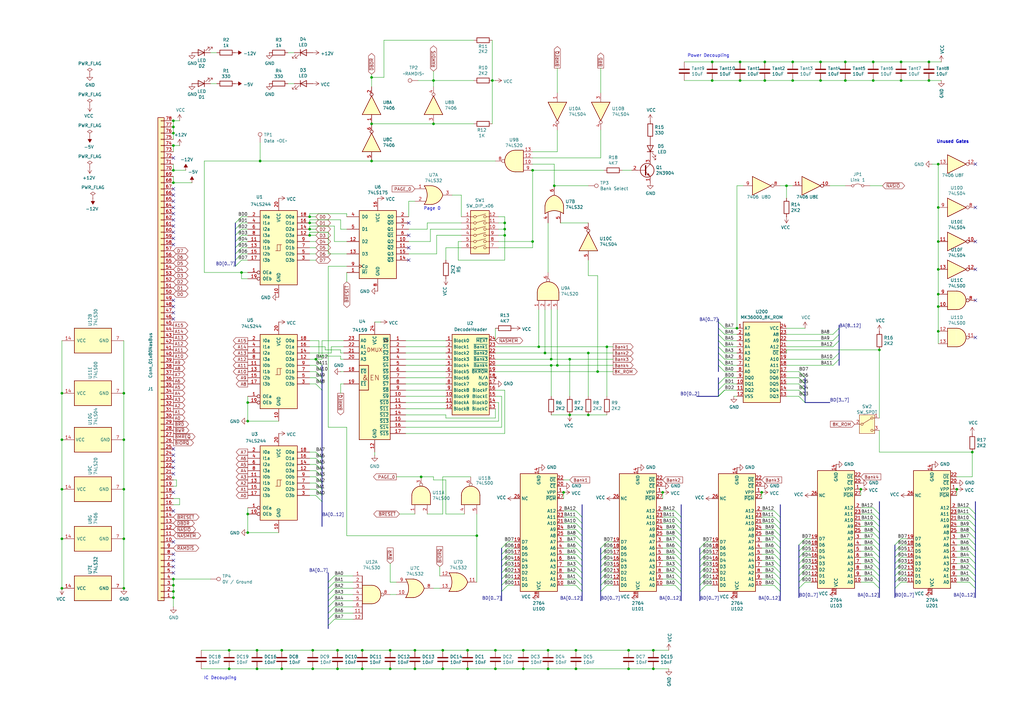
<source format=kicad_sch>
(kicad_sch (version 20250114) (generator "eeschema") (generator_version "9.0")
  (paper "A3")
  (title_block (title "80 Bus EPROM Card") (date "2025-04-14") (rev "2.3"))
  (text "Power Decoupling" (at 281.94 23.622 0) (effects (font (size 1.27 1.27)) (justify left bottom)))
  (text "IC Decoupling" (at 83.566 278.892 0) (effects (font (size 1.27 1.27)) (justify left bottom)))
  (text "Unused Gates" (at 384.048 58.928 0) (effects (font (size 1.27 1.27) (thickness 0.254) (bold yes)) (justify left bottom)))
  (text "Page 0" (at 173.736 86.36 0) (effects (font (size 1.27 1.27)) (justify left bottom)))
  (junction (at 231.14 201.93))
  (junction (at 127 91.44))
  (junction (at 25.4 241.3))
  (junction (at 207.01 91.44))
  (junction (at 101.6 165.1))
  (junction (at 71.12 49.53))
  (junction (at 115.57 274.32))
  (junction (at 50.8 220.98))
  (junction (at 71.12 59.69))
  (junction (at 71.12 54.61))
  (junction (at 346.71 25.4))
  (junction (at 233.68 147.32))
  (junction (at 152.4 31.75))
  (junction (at 50.8 241.3))
  (junction (at 71.12 237.49))
  (junction (at 160.02 274.32))
  (junction (at 207.01 96.52))
  (junction (at 128.27 274.32))
  (junction (at 214.63 274.32))
  (junction (at 226.06 149.86))
  (junction (at 105.41 266.7))
  (junction (at 384.81 110.49))
  (junction (at 358.14 33.02))
  (junction (at 292.1 25.4))
  (junction (at 226.06 147.32))
  (junction (at 228.6 149.86))
  (junction (at 384.81 85.09))
  (junction (at 127 93.98))
  (junction (at 71.12 245.11))
  (junction (at 218.44 99.06))
  (junction (at 138.43 274.32))
  (junction (at 313.69 33.02))
  (junction (at 214.63 266.7))
  (junction (at 129.54 147.32))
  (junction (at 181.61 274.32))
  (junction (at 312.42 201.93))
  (junction (at 384.81 120.65))
  (junction (at 292.1 33.02))
  (junction (at 384.81 99.06))
  (junction (at 71.12 240.03))
  (junction (at 398.78 185.42))
  (junction (at 105.41 274.32))
  (junction (at 128.27 266.7))
  (junction (at 267.97 266.7))
  (junction (at 325.12 33.02))
  (junction (at 25.4 161.29))
  (junction (at 236.22 274.32))
  (junction (at 223.52 144.78))
  (junction (at 170.18 274.32))
  (junction (at 384.81 125.73))
  (junction (at 93.98 266.7))
  (junction (at 257.81 266.7))
  (junction (at 322.58 76.2))
  (junction (at 138.43 266.7))
  (junction (at 267.97 274.32))
  (junction (at 177.8 50.8))
  (junction (at 93.98 274.32))
  (junction (at 25.4 180.34))
  (junction (at 101.6 218.44))
  (junction (at 201.93 33.02))
  (junction (at 227.33 76.2))
  (junction (at 71.12 74.93))
  (junction (at 325.12 25.4))
  (junction (at 360.68 143.51))
  (junction (at 233.68 170.18))
  (junction (at 384.81 67.31))
  (junction (at 303.53 33.02))
  (junction (at 148.59 266.7))
  (junction (at 50.8 161.29))
  (junction (at 195.58 219.71))
  (junction (at 71.12 69.85))
  (junction (at 369.57 33.02))
  (junction (at 220.98 142.24))
  (junction (at 302.26 134.62))
  (junction (at 248.92 142.24))
  (junction (at 224.79 274.32))
  (junction (at 203.2 266.7))
  (junction (at 115.57 266.7))
  (junction (at 257.81 274.32))
  (junction (at 203.2 274.32))
  (junction (at 241.3 144.78))
  (junction (at 218.44 69.85))
  (junction (at 392.43 200.66))
  (junction (at 127 96.52))
  (junction (at 152.4 66.04))
  (junction (at 236.22 266.7))
  (junction (at 245.11 152.4))
  (junction (at 50.8 200.66))
  (junction (at 346.71 33.02))
  (junction (at 358.14 25.4))
  (junction (at 369.57 25.4))
  (junction (at 71.12 52.07))
  (junction (at 101.6 172.72))
  (junction (at 271.78 201.93))
  (junction (at 172.72 195.58))
  (junction (at 25.4 220.98))
  (junction (at 381 33.02))
  (junction (at 191.77 274.32))
  (junction (at 160.02 266.7))
  (junction (at 384.81 135.89))
  (junction (at 50.8 180.34))
  (junction (at 191.77 266.7))
  (junction (at 224.79 266.7))
  (junction (at 353.06 200.66))
  (junction (at 241.3 170.18))
  (junction (at 101.6 210.82))
  (junction (at 381 25.4))
  (junction (at 313.69 25.4))
  (junction (at 303.53 25.4))
  (junction (at 99.06 111.76))
  (junction (at 170.18 266.7))
  (junction (at 71.12 242.57))
  (junction (at 25.4 200.66))
  (junction (at 127 88.9))
  (junction (at 177.8 33.02))
  (junction (at 181.61 266.7))
  (junction (at 106.68 66.04))
  (junction (at 207.01 93.98))
  (junction (at 336.55 33.02))
  (junction (at 152.4 50.8))
  (junction (at 148.59 274.32))
  (junction (at 336.55 25.4))
  (no_connect (at 71.12 128.27))
  (no_connect (at 71.12 95.25))
  (no_connect (at 71.12 90.17))
  (no_connect (at 400.05 110.49))
  (no_connect (at 71.12 186.69))
  (no_connect (at 71.12 97.79))
  (no_connect (at 71.12 123.19))
  (no_connect (at 167.64 91.44))
  (no_connect (at 167.64 96.52))
  (no_connect (at 71.12 80.01))
  (no_connect (at 71.12 64.77))
  (no_connect (at 71.12 100.33))
  (no_connect (at 71.12 234.95))
  (no_connect (at 71.12 130.81))
  (no_connect (at 71.12 232.41))
  (no_connect (at 71.12 184.15))
  (no_connect (at 71.12 209.55))
  (no_connect (at 71.12 77.47))
  (no_connect (at 71.12 82.55))
  (no_connect (at 400.05 138.43))
  (no_connect (at 400.05 85.09))
  (no_connect (at 71.12 189.23))
  (no_connect (at 71.12 222.25))
  (no_connect (at 71.12 125.73))
  (no_connect (at 167.64 106.68))
  (no_connect (at 400.05 67.31))
  (no_connect (at 71.12 227.33))
  (no_connect (at 400.05 123.19))
  (no_connect (at 71.12 85.09))
  (no_connect (at 71.12 201.93))
  (no_connect (at 71.12 92.71))
  (no_connect (at 167.64 101.6))
  (no_connect (at 71.12 229.87))
  (no_connect (at 71.12 194.31))
  (no_connect (at 71.12 191.77))
  (no_connect (at 71.12 87.63))
  (no_connect (at 400.05 99.06))
  (bus_entry (at 276.86 212.09) (size 2.54 2.54))
  (bus_entry (at 236.22 222.25) (size 2.54 2.54))
  (bus_entry (at 397.51 236.22) (size 2.54 2.54))
  (bus_entry (at 287.02 232.41) (size 2.54 -2.54))
  (bus_entry (at 317.5 232.41) (size 2.54 2.54))
  (bus_entry (at 297.18 134.62) (size -2.54 -2.54))
  (bus_entry (at 327.66 226.06) (size 2.54 -2.54))
  (bus_entry (at 129.54 190.5) (size 2.54 2.54))
  (bus_entry (at 236.22 240.03) (size 2.54 2.54))
  (bus_entry (at 129.54 154.94) (size 2.54 2.54))
  (bus_entry (at 367.03 238.76) (size 2.54 -2.54))
  (bus_entry (at 397.51 226.06) (size 2.54 2.54))
  (bus_entry (at 276.86 232.41) (size 2.54 2.54))
  (bus_entry (at 358.14 220.98) (size 2.54 2.54))
  (bus_entry (at 367.03 233.68) (size 2.54 -2.54))
  (bus_entry (at 367.03 228.6) (size 2.54 -2.54))
  (bus_entry (at 96.52 91.44) (size 2.54 -2.54))
  (bus_entry (at 246.38 237.49) (size 2.54 -2.54))
  (bus_entry (at 397.51 208.28) (size 2.54 2.54))
  (bus_entry (at 96.52 99.06) (size 2.54 -2.54))
  (bus_entry (at 358.14 226.06) (size 2.54 2.54))
  (bus_entry (at 294.64 162.56) (size 2.54 -2.54))
  (bus_entry (at 246.38 234.95) (size 2.54 -2.54))
  (bus_entry (at 236.22 227.33) (size 2.54 2.54))
  (bus_entry (at 205.74 227.33) (size 2.54 -2.54))
  (bus_entry (at 246.38 232.41) (size 2.54 -2.54))
  (bus_entry (at 327.66 160.02) (size 2.54 2.54))
  (bus_entry (at 276.86 209.55) (size 2.54 2.54))
  (bus_entry (at 397.51 238.76) (size 2.54 2.54))
  (bus_entry (at 317.5 227.33) (size 2.54 2.54))
  (bus_entry (at 134.62 243.84) (size 2.54 -2.54))
  (bus_entry (at 358.14 236.22) (size 2.54 2.54))
  (bus_entry (at 134.62 246.38) (size 2.54 -2.54))
  (bus_entry (at 358.14 231.14) (size 2.54 2.54))
  (bus_entry (at 134.62 238.76) (size 2.54 -2.54))
  (bus_entry (at 137.16 254) (size -2.54 2.54))
  (bus_entry (at 137.16 251.46) (size -2.54 2.54))
  (bus_entry (at 287.02 242.57) (size 2.54 -2.54))
  (bus_entry (at 397.51 220.98) (size 2.54 2.54))
  (bus_entry (at 358.14 228.6) (size 2.54 2.54))
  (bus_entry (at 294.64 162.56) (size 2.54 -2.54))
  (bus_entry (at 134.62 248.92) (size 2.54 -2.54))
  (bus_entry (at 236.22 234.95) (size 2.54 2.54))
  (bus_entry (at 297.18 149.86) (size -2.54 -2.54))
  (bus_entry (at 236.22 229.87) (size 2.54 2.54))
  (bus_entry (at 317.5 240.03) (size 2.54 2.54))
  (bus_entry (at 327.66 231.14) (size 2.54 -2.54))
  (bus_entry (at 397.51 233.68) (size 2.54 2.54))
  (bus_entry (at 129.54 152.4) (size 2.54 2.54))
  (bus_entry (at 96.52 104.14) (size 2.54 -2.54))
  (bus_entry (at 297.18 147.32) (size -2.54 -2.54))
  (bus_entry (at 129.54 157.48) (size 2.54 2.54))
  (bus_entry (at 294.64 149.86) (size 2.54 2.54))
  (bus_entry (at 358.14 238.76) (size 2.54 2.54))
  (bus_entry (at 129.54 203.2) (size 2.54 2.54))
  (bus_entry (at 341.63 142.24) (size 2.54 -2.54))
  (bus_entry (at 246.38 224.79) (size 2.54 -2.54))
  (bus_entry (at 96.52 93.98) (size 2.54 -2.54))
  (bus_entry (at 327.66 152.4) (size 2.54 2.54))
  (bus_entry (at 246.38 229.87) (size 2.54 -2.54))
  (bus_entry (at 367.03 223.52) (size 2.54 -2.54))
  (bus_entry (at 341.63 139.7) (size 2.54 -2.54))
  (bus_entry (at 129.54 187.96) (size 2.54 2.54))
  (bus_entry (at 129.54 198.12) (size 2.54 2.54))
  (bus_entry (at 236.22 214.63) (size 2.54 2.54))
  (bus_entry (at 246.38 227.33) (size 2.54 -2.54))
  (bus_entry (at 327.66 223.52) (size 2.54 -2.54))
  (bus_entry (at 397.51 215.9) (size 2.54 2.54))
  (bus_entry (at 297.18 137.16) (size -2.54 -2.54))
  (bus_entry (at 317.5 219.71) (size 2.54 2.54))
  (bus_entry (at 129.54 185.42) (size 2.54 2.54))
  (bus_entry (at 96.52 101.6) (size 2.54 -2.54))
  (bus_entry (at 236.22 217.17) (size 2.54 2.54))
  (bus_entry (at 358.14 213.36) (size 2.54 2.54))
  (bus_entry (at 205.74 237.49) (size 2.54 -2.54))
  (bus_entry (at 317.5 217.17) (size 2.54 2.54))
  (bus_entry (at 287.02 237.49) (size 2.54 -2.54))
  (bus_entry (at 276.86 217.17) (size 2.54 2.54))
  (bus_entry (at 287.02 229.87) (size 2.54 -2.54))
  (bus_entry (at 297.18 144.78) (size -2.54 -2.54))
  (bus_entry (at 205.74 234.95) (size 2.54 -2.54))
  (bus_entry (at 297.18 142.24) (size -2.54 -2.54))
  (bus_entry (at 205.74 229.87) (size 2.54 -2.54))
  (bus_entry (at 327.66 162.56) (size 2.54 2.54))
  (bus_entry (at 317.5 214.63) (size 2.54 2.54))
  (bus_entry (at 317.5 209.55) (size 2.54 2.54))
  (bus_entry (at 317.5 222.25) (size 2.54 2.54))
  (bus_entry (at 129.54 149.86) (size 2.54 2.54))
  (bus_entry (at 397.51 223.52) (size 2.54 2.54))
  (bus_entry (at 236.22 224.79) (size 2.54 2.54))
  (bus_entry (at 246.38 242.57) (size 2.54 -2.54))
  (bus_entry (at 341.63 149.86) (size 2.54 -2.54))
  (bus_entry (at 358.14 215.9) (size 2.54 2.54))
  (bus_entry (at 367.03 226.06) (size 2.54 -2.54))
  (bus_entry (at 276.86 229.87) (size 2.54 2.54))
  (bus_entry (at 317.5 237.49) (size 2.54 2.54))
  (bus_entry (at 317.5 234.95) (size 2.54 2.54))
  (bus_entry (at 276.86 214.63) (size 2.54 2.54))
  (bus_entry (at 276.86 222.25) (size 2.54 2.54))
  (bus_entry (at 317.5 212.09) (size 2.54 2.54))
  (bus_entry (at 317.5 224.79) (size 2.54 2.54))
  (bus_entry (at 397.51 228.6) (size 2.54 2.54))
  (bus_entry (at 297.18 139.7) (size -2.54 -2.54))
  (bus_entry (at 317.5 229.87) (size 2.54 2.54))
  (bus_entry (at 287.02 234.95) (size 2.54 -2.54))
  (bus_entry (at 236.22 232.41) (size 2.54 2.54))
  (bus_entry (at 129.54 193.04) (size 2.54 2.54))
  (bus_entry (at 327.66 238.76) (size 2.54 -2.54))
  (bus_entry (at 287.02 227.33) (size 2.54 -2.54))
  (bus_entry (at 327.66 154.94) (size 2.54 2.54))
  (bus_entry (at 205.74 240.03) (size 2.54 -2.54))
  (bus_entry (at 236.22 219.71) (size 2.54 2.54))
  (bus_entry (at 358.14 223.52) (size 2.54 2.54))
  (bus_entry (at 327.66 228.6) (size 2.54 -2.54))
  (bus_entry (at 327.66 236.22) (size 2.54 -2.54))
  (bus_entry (at 367.03 231.14) (size 2.54 -2.54))
  (bus_entry (at 358.14 218.44) (size 2.54 2.54))
  (bus_entry (at 341.63 147.32) (size 2.54 -2.54))
  (bus_entry (at 327.66 233.68) (size 2.54 -2.54))
  (bus_entry (at 294.64 157.48) (size 2.54 -2.54))
  (bus_entry (at 294.64 160.02) (size 2.54 -2.54))
  (bus_entry (at 358.14 208.28) (size 2.54 2.54))
  (bus_entry (at 276.86 224.79) (size 2.54 2.54))
  (bus_entry (at 96.52 106.68) (size 2.54 -2.54))
  (bus_entry (at 287.02 240.03) (size 2.54 -2.54))
  (bus_entry (at 276.86 219.71) (size 2.54 2.54))
  (bus_entry (at 129.54 200.66) (size 2.54 2.54))
  (bus_entry (at 358.14 233.68) (size 2.54 2.54))
  (bus_entry (at 367.03 236.22) (size 2.54 -2.54))
  (bus_entry (at 236.22 209.55) (size 2.54 2.54))
  (bus_entry (at 205.74 242.57) (size 2.54 -2.54))
  (bus_entry (at 246.38 240.03) (size 2.54 -2.54))
  (bus_entry (at 287.02 224.79) (size 2.54 -2.54))
  (bus_entry (at 276.86 240.03) (size 2.54 2.54))
  (bus_entry (at 397.51 218.44) (size 2.54 2.54))
  (bus_entry (at 205.74 224.79) (size 2.54 -2.54))
  (bus_entry (at 96.52 96.52) (size 2.54 -2.54))
  (bus_entry (at 358.14 210.82) (size 2.54 2.54))
  (bus_entry (at 129.54 147.32) (size 2.54 2.54))
  (bus_entry (at 129.54 195.58) (size 2.54 2.54))
  (bus_entry (at 276.86 234.95) (size 2.54 2.54))
  (bus_entry (at 236.22 212.09) (size 2.54 2.54))
  (bus_entry (at 327.66 157.48) (size 2.54 2.54))
  (bus_entry (at 341.63 137.16) (size 2.54 -2.54))
  (bus_entry (at 327.66 241.3) (size 2.54 -2.54))
  (bus_entry (at 205.74 232.41) (size 2.54 -2.54))
  (bus_entry (at 397.51 213.36) (size 2.54 2.54))
  (bus_entry (at 96.52 109.22) (size 2.54 -2.54))
  (bus_entry (at 397.51 210.82) (size 2.54 2.54))
  (bus_entry (at 367.03 241.3) (size 2.54 -2.54))
  (bus_entry (at 276.86 227.33) (size 2.54 2.54))
  (bus_entry (at 276.86 237.49) (size 2.54 2.54))
  (bus_entry (at 134.62 251.46) (size 2.54 -2.54))
  (bus_entry (at 134.62 241.3) (size 2.54 -2.54))
  (bus_entry (at 397.51 231.14) (size 2.54 2.54))
  (bus_entry (at 236.22 237.49) (size 2.54 2.54))
  (wire (pts (xy 134.62 109.22) (xy 134.62 175.26)))
  (wire (pts (xy 170.18 210.82) (xy 163.83 210.82)))
  (wire (pts (xy 231.14 227.33) (xy 236.22 227.33)))
  (wire (pts (xy 177.8 195.58) (xy 172.72 195.58)))
  (bus (pts (xy 279.4 207.01) (xy 279.4 212.09)))
  (wire (pts (xy 88.9 34.29) (xy 86.36 34.29)))
  (wire (pts (xy 297.18 160.02) (xy 302.26 160.02)))
  (wire (pts (xy 231.14 240.03) (xy 236.22 240.03)))
  (wire (pts (xy 208.28 224.79) (xy 210.82 224.79)))
  (wire (pts (xy 152.4 30.48) (xy 152.4 31.75)))
  (wire (pts (xy 259.08 69.85) (xy 255.27 69.85)))
  (bus (pts (xy 294.64 147.32) (xy 294.64 149.86)))
  (bus (pts (xy 287.02 237.49) (xy 287.02 240.03)))
  (bus (pts (xy 132.08 154.94) (xy 132.08 157.48)))
  (wire (pts (xy 322.58 81.28) (xy 322.58 76.2)))
  (wire (pts (xy 325.12 33.02) (xy 336.55 33.02)))
  (wire (pts (xy 384.81 135.89) (xy 384.81 140.97)))
  (bus (pts (xy 360.68 205.74) (xy 360.68 210.82)))
  (wire (pts (xy 224.79 266.7) (xy 236.22 266.7)))
  (wire (pts (xy 322.58 147.32) (xy 341.63 147.32)))
  (wire (pts (xy 322.58 143.51) (xy 322.58 144.78)))
  (wire (pts (xy 207.01 96.52) (xy 207.01 93.98)))
  (wire (pts (xy 248.92 227.33) (xy 251.46 227.33)))
  (wire (pts (xy 271.78 214.63) (xy 276.86 214.63)))
  (wire (pts (xy 180.34 232.41) (xy 180.34 236.22)))
  (wire (pts (xy 384.81 110.49) (xy 384.81 120.65)))
  (wire (pts (xy 83.82 66.04) (xy 106.68 66.04)))
  (wire (pts (xy 182.88 170.18) (xy 182.88 171.45)))
  (wire (pts (xy 384.81 99.06) (xy 384.81 110.49)))
  (bus (pts (xy 205.74 242.57) (xy 205.74 246.38)))
  (wire (pts (xy 330.2 231.14) (xy 332.74 231.14)))
  (wire (pts (xy 248.92 224.79) (xy 251.46 224.79)))
  (wire (pts (xy 127 187.96) (xy 129.54 187.96)))
  (wire (pts (xy 99.06 93.98) (xy 101.6 93.98)))
  (wire (pts (xy 302.26 134.62) (xy 302.26 76.2)))
  (wire (pts (xy 322.58 134.62) (xy 330.2 134.62)))
  (bus (pts (xy 246.38 224.79) (xy 246.38 227.33)))
  (wire (pts (xy 248.92 229.87) (xy 251.46 229.87)))
  (wire (pts (xy 166.37 172.72) (xy 204.47 172.72)))
  (wire (pts (xy 139.7 143.51) (xy 139.7 144.78)))
  (wire (pts (xy 346.71 76.2) (xy 340.36 76.2)))
  (wire (pts (xy 127 157.48) (xy 129.54 157.48)))
  (wire (pts (xy 152.4 66.04) (xy 203.2 66.04)))
  (wire (pts (xy 130.81 139.7) (xy 130.81 146.05)))
  (bus (pts (xy 96.52 101.6) (xy 96.52 104.14)))
  (wire (pts (xy 203.2 171.45) (xy 203.2 167.64)))
  (bus (pts (xy 294.64 144.78) (xy 294.64 147.32)))
  (wire (pts (xy 114.3 218.44) (xy 101.6 218.44)))
  (wire (pts (xy 353.06 226.06) (xy 358.14 226.06)))
  (wire (pts (xy 127 93.98) (xy 127 92.71)))
  (wire (pts (xy 204.47 165.1) (xy 203.2 165.1)))
  (wire (pts (xy 302.26 76.2) (xy 304.8 76.2)))
  (wire (pts (xy 82.55 266.7) (xy 93.98 266.7)))
  (wire (pts (xy 172.72 195.58) (xy 162.56 195.58)))
  (wire (pts (xy 166.37 139.7) (xy 182.88 139.7)))
  (bus (pts (xy 287.02 224.79) (xy 287.02 227.33)))
  (wire (pts (xy 166.37 152.4) (xy 182.88 152.4)))
  (wire (pts (xy 353.06 238.76) (xy 358.14 238.76)))
  (wire (pts (xy 71.12 245.11) (xy 71.12 242.57)))
  (wire (pts (xy 25.4 161.29) (xy 25.4 139.7)))
  (wire (pts (xy 177.8 29.21) (xy 177.8 33.02)))
  (bus (pts (xy 367.03 238.76) (xy 367.03 241.3)))
  (wire (pts (xy 181.61 266.7) (xy 191.77 266.7)))
  (wire (pts (xy 233.68 170.18) (xy 241.3 170.18)))
  (wire (pts (xy 181.61 195.58) (xy 181.61 210.82)))
  (wire (pts (xy 166.37 162.56) (xy 182.88 162.56)))
  (wire (pts (xy 369.57 25.4) (xy 381 25.4)))
  (wire (pts (xy 392.43 223.52) (xy 397.51 223.52)))
  (bus (pts (xy 246.38 242.57) (xy 246.38 246.38)))
  (wire (pts (xy 99.06 96.52) (xy 101.6 96.52)))
  (wire (pts (xy 224.79 111.76) (xy 224.79 91.44)))
  (wire (pts (xy 369.57 228.6) (xy 372.11 228.6)))
  (bus (pts (xy 134.62 241.3) (xy 134.62 243.84)))
  (wire (pts (xy 228.6 62.23) (xy 218.44 62.23)))
  (bus (pts (xy 400.05 210.82) (xy 400.05 213.36)))
  (bus (pts (xy 400.05 236.22) (xy 400.05 238.76)))
  (wire (pts (xy 207.01 160.02) (xy 203.2 160.02)))
  (bus (pts (xy 96.52 96.52) (xy 96.52 99.06)))
  (wire (pts (xy 166.37 175.26) (xy 205.74 175.26)))
  (bus (pts (xy 132.08 152.4) (xy 132.08 154.94)))
  (bus (pts (xy 246.38 227.33) (xy 246.38 229.87)))
  (wire (pts (xy 271.78 229.87) (xy 276.86 229.87)))
  (wire (pts (xy 71.12 204.47) (xy 73.66 204.47)))
  (wire (pts (xy 170.18 266.7) (xy 181.61 266.7)))
  (wire (pts (xy 166.37 144.78) (xy 182.88 144.78)))
  (wire (pts (xy 153.67 132.08) (xy 156.21 132.08)))
  (wire (pts (xy 127 88.9) (xy 129.54 88.9)))
  (wire (pts (xy 134.62 109.22) (xy 142.24 109.22)))
  (wire (pts (xy 205.74 162.56) (xy 203.2 162.56)))
  (bus (pts (xy 320.04 234.95) (xy 320.04 237.49)))
  (wire (pts (xy 127 88.9) (xy 127 87.63)))
  (wire (pts (xy 73.66 49.53) (xy 71.12 49.53)))
  (wire (pts (xy 228.6 149.86) (xy 226.06 149.86)))
  (bus (pts (xy 400.05 233.68) (xy 400.05 236.22)))
  (wire (pts (xy 392.43 231.14) (xy 397.51 231.14)))
  (wire (pts (xy 128.27 274.32) (xy 138.43 274.32)))
  (wire (pts (xy 218.44 99.06) (xy 218.44 69.85)))
  (wire (pts (xy 246.38 53.34) (xy 246.38 64.77)))
  (bus (pts (xy 327.66 223.52) (xy 327.66 226.06)))
  (wire (pts (xy 312.42 204.47) (xy 312.42 201.93)))
  (bus (pts (xy 330.2 165.1) (xy 340.36 165.1)))
  (bus (pts (xy 205.74 240.03) (xy 205.74 242.57)))
  (wire (pts (xy 289.56 240.03) (xy 292.1 240.03)))
  (wire (pts (xy 78.74 74.93) (xy 71.12 74.93)))
  (wire (pts (xy 312.42 217.17) (xy 317.5 217.17)))
  (wire (pts (xy 71.12 54.61) (xy 71.12 52.07)))
  (bus (pts (xy 360.68 238.76) (xy 360.68 241.3)))
  (wire (pts (xy 127 154.94) (xy 129.54 154.94)))
  (wire (pts (xy 127 195.58) (xy 129.54 195.58)))
  (wire (pts (xy 181.61 195.58) (xy 193.04 195.58)))
  (wire (pts (xy 231.14 219.71) (xy 236.22 219.71)))
  (wire (pts (xy 381 25.4) (xy 386.08 25.4)))
  (wire (pts (xy 228.6 53.34) (xy 228.6 62.23)))
  (wire (pts (xy 207.01 96.52) (xy 207.01 106.68)))
  (wire (pts (xy 336.55 25.4) (xy 346.71 25.4)))
  (wire (pts (xy 223.52 144.78) (xy 241.3 144.78)))
  (wire (pts (xy 127 91.44) (xy 129.54 91.44)))
  (wire (pts (xy 189.23 93.98) (xy 176.53 93.98)))
  (wire (pts (xy 93.98 274.32) (xy 105.41 274.32)))
  (bus (pts (xy 360.68 236.22) (xy 360.68 238.76)))
  (wire (pts (xy 248.92 142.24) (xy 251.46 142.24)))
  (wire (pts (xy 246.38 27.94) (xy 246.38 38.1)))
  (bus (pts (xy 238.76 217.17) (xy 238.76 219.71)))
  (wire (pts (xy 398.78 195.58) (xy 392.43 195.58)))
  (bus (pts (xy 400.05 223.52) (xy 400.05 226.06)))
  (bus (pts (xy 360.68 233.68) (xy 360.68 236.22)))
  (bus (pts (xy 287.02 232.41) (xy 287.02 234.95)))
  (wire (pts (xy 167.64 82.55) (xy 170.18 82.55)))
  (wire (pts (xy 127 90.17) (xy 139.7 90.17)))
  (wire (pts (xy 71.12 62.23) (xy 71.12 59.69)))
  (wire (pts (xy 105.41 266.7) (xy 115.57 266.7)))
  (wire (pts (xy 144.78 248.92) (xy 137.16 248.92)))
  (bus (pts (xy 320.04 224.79) (xy 320.04 227.33)))
  (wire (pts (xy 297.18 142.24) (xy 302.26 142.24)))
  (wire (pts (xy 353.06 233.68) (xy 358.14 233.68)))
  (bus (pts (xy 400.05 231.14) (xy 400.05 233.68)))
  (wire (pts (xy 120.65 34.29) (xy 118.11 34.29)))
  (wire (pts (xy 101.6 162.56) (xy 101.6 165.1)))
  (wire (pts (xy 93.98 266.7) (xy 105.41 266.7)))
  (bus (pts (xy 330.2 154.94) (xy 330.2 157.48)))
  (wire (pts (xy 353.06 210.82) (xy 358.14 210.82)))
  (wire (pts (xy 226.06 149.86) (xy 226.06 162.56)))
  (wire (pts (xy 134.62 95.25) (xy 134.62 104.14)))
  (wire (pts (xy 312.42 237.49) (xy 317.5 237.49)))
  (wire (pts (xy 218.44 99.06) (xy 204.47 99.06)))
  (wire (pts (xy 218.44 101.6) (xy 218.44 99.06)))
  (wire (pts (xy 127 104.14) (xy 129.54 104.14)))
  (wire (pts (xy 303.53 33.02) (xy 313.69 33.02)))
  (bus (pts (xy 134.62 254) (xy 134.62 256.54)))
  (wire (pts (xy 360.68 176.53) (xy 360.68 185.42)))
  (wire (pts (xy 177.8 33.02) (xy 177.8 35.56)))
  (wire (pts (xy 157.48 16.51) (xy 194.31 16.51)))
  (wire (pts (xy 208.28 222.25) (xy 210.82 222.25)))
  (wire (pts (xy 189.23 80.01) (xy 185.42 80.01)))
  (bus (pts (xy 400.05 205.74) (xy 400.05 210.82)))
  (wire (pts (xy 167.64 88.9) (xy 167.64 82.55)))
  (bus (pts (xy 344.17 147.32) (xy 344.17 149.86)))
  (bus (pts (xy 320.04 240.03) (xy 320.04 242.57)))
  (wire (pts (xy 292.1 25.4) (xy 303.53 25.4)))
  (wire (pts (xy 223.52 127) (xy 223.52 144.78)))
  (bus (pts (xy 344.17 139.7) (xy 344.17 144.78)))
  (wire (pts (xy 289.56 234.95) (xy 292.1 234.95)))
  (wire (pts (xy 392.43 213.36) (xy 397.51 213.36)))
  (wire (pts (xy 312.42 227.33) (xy 317.5 227.33)))
  (wire (pts (xy 346.71 25.4) (xy 358.14 25.4)))
  (bus (pts (xy 279.4 224.79) (xy 279.4 227.33)))
  (wire (pts (xy 160.02 266.7) (xy 170.18 266.7)))
  (wire (pts (xy 207.01 91.44) (xy 207.01 88.9)))
  (wire (pts (xy 166.37 160.02) (xy 182.88 160.02)))
  (wire (pts (xy 231.14 209.55) (xy 236.22 209.55)))
  (bus (pts (xy 279.4 227.33) (xy 279.4 229.87)))
  (wire (pts (xy 384.81 85.09) (xy 384.81 99.06)))
  (wire (pts (xy 191.77 274.32) (xy 203.2 274.32)))
  (wire (pts (xy 312.42 212.09) (xy 317.5 212.09)))
  (wire (pts (xy 135.89 142.24) (xy 140.97 142.24)))
  (wire (pts (xy 313.69 33.02) (xy 325.12 33.02)))
  (bus (pts (xy 294.64 160.02) (xy 294.64 162.56)))
  (bus (pts (xy 327.66 238.76) (xy 327.66 241.3)))
  (wire (pts (xy 381 33.02) (xy 386.08 33.02)))
  (bus (pts (xy 294.64 139.7) (xy 294.64 142.24)))
  (bus (pts (xy 238.76 214.63) (xy 238.76 217.17)))
  (wire (pts (xy 353.06 220.98) (xy 358.14 220.98)))
  (wire (pts (xy 322.58 152.4) (xy 327.66 152.4)))
  (bus (pts (xy 132.08 187.96) (xy 132.08 190.5)))
  (wire (pts (xy 127 149.86) (xy 129.54 149.86)))
  (wire (pts (xy 241.3 170.18) (xy 248.92 170.18)))
  (wire (pts (xy 73.66 207.01) (xy 71.12 207.01)))
  (wire (pts (xy 204.47 101.6) (xy 218.44 101.6)))
  (bus (pts (xy 134.62 246.38) (xy 134.62 248.92)))
  (wire (pts (xy 248.92 237.49) (xy 251.46 237.49)))
  (wire (pts (xy 71.12 248.92) (xy 71.12 245.11)))
  (wire (pts (xy 157.48 31.75) (xy 152.4 31.75)))
  (wire (pts (xy 166.37 165.1) (xy 182.88 165.1)))
  (wire (pts (xy 392.43 218.44) (xy 397.51 218.44)))
  (wire (pts (xy 226.06 127) (xy 226.06 147.32)))
  (bus (pts (xy 287.02 240.03) (xy 287.02 242.57)))
  (wire (pts (xy 382.27 67.31) (xy 384.81 67.31)))
  (wire (pts (xy 312.42 214.63) (xy 317.5 214.63)))
  (wire (pts (xy 271.78 209.55) (xy 276.86 209.55)))
  (wire (pts (xy 248.92 234.95) (xy 251.46 234.95)))
  (bus (pts (xy 327.66 228.6) (xy 327.66 231.14)))
  (wire (pts (xy 358.14 33.02) (xy 369.57 33.02)))
  (wire (pts (xy 137.16 99.06) (xy 142.24 99.06)))
  (bus (pts (xy 367.03 223.52) (xy 367.03 226.06)))
  (wire (pts (xy 71.12 69.85) (xy 71.12 67.31)))
  (bus (pts (xy 327.66 241.3) (xy 327.66 245.11)))
  (wire (pts (xy 195.58 219.71) (xy 195.58 210.82)))
  (wire (pts (xy 392.43 233.68) (xy 397.51 233.68)))
  (wire (pts (xy 99.06 106.68) (xy 101.6 106.68)))
  (bus (pts (xy 400.05 218.44) (xy 400.05 220.98)))
  (wire (pts (xy 392.43 215.9) (xy 397.51 215.9)))
  (wire (pts (xy 358.14 25.4) (xy 369.57 25.4)))
  (wire (pts (xy 322.58 139.7) (xy 341.63 139.7)))
  (wire (pts (xy 138.43 266.7) (xy 148.59 266.7)))
  (wire (pts (xy 271.78 222.25) (xy 276.86 222.25)))
  (wire (pts (xy 353.06 218.44) (xy 358.14 218.44)))
  (wire (pts (xy 267.97 266.7) (xy 274.32 266.7)))
  (wire (pts (xy 139.7 161.29) (xy 139.7 157.48)))
  (wire (pts (xy 83.82 66.04) (xy 83.82 111.76)))
  (wire (pts (xy 127 99.06) (xy 129.54 99.06)))
  (wire (pts (xy 127 91.44) (xy 127 90.17)))
  (wire (pts (xy 195.58 238.76) (xy 195.58 219.71)))
  (bus (pts (xy 96.52 93.98) (xy 96.52 96.52)))
  (bus (pts (xy 96.52 104.14) (xy 96.52 106.68)))
  (wire (pts (xy 280.67 25.4) (xy 292.1 25.4)))
  (bus (pts (xy 246.38 229.87) (xy 246.38 232.41)))
  (wire (pts (xy 292.1 33.02) (xy 303.53 33.02)))
  (wire (pts (xy 187.96 99.06) (xy 189.23 99.06)))
  (wire (pts (xy 99.06 114.3) (xy 99.06 111.76)))
  (wire (pts (xy 127 200.66) (xy 129.54 200.66)))
  (wire (pts (xy 142.24 87.63) (xy 142.24 88.9)))
  (wire (pts (xy 50.8 220.98) (xy 50.8 200.66)))
  (wire (pts (xy 312.42 222.25) (xy 317.5 222.25)))
  (wire (pts (xy 127 87.63) (xy 142.24 87.63)))
  (wire (pts (xy 25.4 241.3) (xy 25.4 220.98)))
  (bus (pts (xy 238.76 207.01) (xy 238.76 212.09)))
  (bus (pts (xy 360.68 210.82) (xy 360.68 213.36)))
  (wire (pts (xy 312.42 234.95) (xy 317.5 234.95)))
  (wire (pts (xy 353.06 236.22) (xy 358.14 236.22)))
  (wire (pts (xy 71.12 52.07) (xy 71.12 49.53)))
  (wire (pts (xy 231.14 214.63) (xy 236.22 214.63)))
  (bus (pts (xy 320.04 237.49) (xy 320.04 240.03)))
  (wire (pts (xy 160.02 243.84) (xy 162.56 243.84)))
  (wire (pts (xy 127 139.7) (xy 130.81 139.7)))
  (wire (pts (xy 120.65 21.59) (xy 118.11 21.59)))
  (wire (pts (xy 220.98 142.24) (xy 248.92 142.24)))
  (bus (pts (xy 294.64 134.62) (xy 294.64 137.16)))
  (wire (pts (xy 166.37 142.24) (xy 182.88 142.24)))
  (bus (pts (xy 294.64 162.56) (xy 285.75 162.56)))
  (bus (pts (xy 205.74 232.41) (xy 205.74 234.95)))
  (wire (pts (xy 203.2 142.24) (xy 220.98 142.24)))
  (bus (pts (xy 294.64 132.08) (xy 294.64 134.62)))
  (wire (pts (xy 139.7 90.17) (xy 139.7 93.98)))
  (bus (pts (xy 132.08 195.58) (xy 132.08 198.12)))
  (bus (pts (xy 400.05 238.76) (xy 400.05 241.3)))
  (wire (pts (xy 245.11 152.4) (xy 245.11 113.03)))
  (bus (pts (xy 238.76 234.95) (xy 238.76 237.49)))
  (wire (pts (xy 142.24 175.26) (xy 142.24 219.71)))
  (wire (pts (xy 114.3 172.72) (xy 101.6 172.72)))
  (bus (pts (xy 132.08 205.74) (xy 132.08 215.9)))
  (bus (pts (xy 96.52 91.44) (xy 96.52 93.98)))
  (wire (pts (xy 392.43 210.82) (xy 397.51 210.82)))
  (bus (pts (xy 279.4 232.41) (xy 279.4 234.95)))
  (wire (pts (xy 353.06 228.6) (xy 358.14 228.6)))
  (wire (pts (xy 139.7 147.32) (xy 140.97 147.32)))
  (wire (pts (xy 353.06 231.14) (xy 358.14 231.14)))
  (bus (pts (xy 400.05 228.6) (xy 400.05 231.14)))
  (wire (pts (xy 241.3 144.78) (xy 241.3 162.56)))
  (wire (pts (xy 133.35 142.24) (xy 133.35 143.51)))
  (wire (pts (xy 353.06 213.36) (xy 358.14 213.36)))
  (bus (pts (xy 134.62 243.84) (xy 134.62 246.38)))
  (wire (pts (xy 127 203.2) (xy 129.54 203.2)))
  (wire (pts (xy 353.06 208.28) (xy 358.14 208.28)))
  (bus (pts (xy 279.4 234.95) (xy 279.4 237.49)))
  (wire (pts (xy 101.6 165.1) (xy 101.6 172.72)))
  (wire (pts (xy 130.81 146.05) (xy 139.7 146.05)))
  (wire (pts (xy 330.2 238.76) (xy 332.74 238.76)))
  (wire (pts (xy 144.78 243.84) (xy 137.16 243.84)))
  (bus (pts (xy 134.62 251.46) (xy 134.62 254)))
  (wire (pts (xy 189.23 91.44) (xy 175.26 91.44)))
  (wire (pts (xy 105.41 274.32) (xy 115.57 274.32)))
  (bus (pts (xy 330.2 162.56) (xy 330.2 165.1)))
  (wire (pts (xy 171.45 33.02) (xy 177.8 33.02)))
  (wire (pts (xy 231.14 234.95) (xy 236.22 234.95)))
  (bus (pts (xy 320.04 212.09) (xy 320.04 214.63)))
  (wire (pts (xy 25.4 220.98) (xy 25.4 200.66)))
  (wire (pts (xy 191.77 266.7) (xy 203.2 266.7)))
  (wire (pts (xy 297.18 149.86) (xy 302.26 149.86)))
  (wire (pts (xy 127 142.24) (xy 133.35 142.24)))
  (wire (pts (xy 166.37 177.8) (xy 207.01 177.8)))
  (wire (pts (xy 177.8 50.8) (xy 194.31 50.8)))
  (wire (pts (xy 144.78 246.38) (xy 137.16 246.38)))
  (bus (pts (xy 400.05 241.3) (xy 400.05 245.11)))
  (wire (pts (xy 101.6 114.3) (xy 99.06 114.3)))
  (wire (pts (xy 257.81 274.32) (xy 267.97 274.32)))
  (bus (pts (xy 279.4 214.63) (xy 279.4 217.17)))
  (wire (pts (xy 72.39 196.85) (xy 72.39 199.39)))
  (wire (pts (xy 257.81 266.7) (xy 267.97 266.7)))
  (wire (pts (xy 127 193.04) (xy 129.54 193.04)))
  (wire (pts (xy 203.2 149.86) (xy 226.06 149.86)))
  (wire (pts (xy 25.4 200.66) (xy 25.4 180.34)))
  (wire (pts (xy 144.78 251.46) (xy 137.16 251.46)))
  (wire (pts (xy 246.38 64.77) (xy 218.44 64.77)))
  (wire (pts (xy 322.58 162.56) (xy 327.66 162.56)))
  (wire (pts (xy 322.58 160.02) (xy 327.66 160.02)))
  (wire (pts (xy 99.06 99.06) (xy 101.6 99.06)))
  (bus (pts (xy 246.38 237.49) (xy 246.38 240.03)))
  (wire (pts (xy 162.56 238.76) (xy 160.02 238.76)))
  (wire (pts (xy 133.35 143.51) (xy 139.7 143.51)))
  (wire (pts (xy 353.06 223.52) (xy 358.14 223.52)))
  (wire (pts (xy 83.82 111.76) (xy 99.06 111.76)))
  (wire (pts (xy 71.12 196.85) (xy 72.39 196.85)))
  (wire (pts (xy 392.43 203.2) (xy 392.43 200.66)))
  (wire (pts (xy 175.26 93.98) (xy 167.64 93.98)))
  (bus (pts (xy 134.62 248.92) (xy 134.62 251.46)))
  (bus (pts (xy 367.03 228.6) (xy 367.03 231.14)))
  (wire (pts (xy 346.71 33.02) (xy 358.14 33.02)))
  (wire (pts (xy 271.78 234.95) (xy 276.86 234.95)))
  (wire (pts (xy 127 144.78) (xy 135.89 144.78)))
  (wire (pts (xy 201.93 33.02) (xy 201.93 50.8)))
  (wire (pts (xy 322.58 149.86) (xy 341.63 149.86)))
  (wire (pts (xy 322.58 142.24) (xy 341.63 142.24)))
  (bus (pts (xy 134.62 256.54) (xy 134.62 257.81)))
  (bus (pts (xy 320.04 207.01) (xy 320.04 212.09)))
  (wire (pts (xy 144.78 254) (xy 137.16 254)))
  (wire (pts (xy 289.56 224.79) (xy 292.1 224.79)))
  (wire (pts (xy 271.78 237.49) (xy 276.86 237.49)))
  (wire (pts (xy 182.88 210.82) (xy 182.88 196.85)))
  (bus (pts (xy 96.52 99.06) (xy 96.52 101.6)))
  (wire (pts (xy 248.92 240.03) (xy 251.46 240.03)))
  (wire (pts (xy 203.2 266.7) (xy 214.63 266.7)))
  (wire (pts (xy 182.88 171.45) (xy 203.2 171.45)))
  (bus (pts (xy 294.64 142.24) (xy 294.64 144.78)))
  (wire (pts (xy 228.6 149.86) (xy 251.46 149.86)))
  (bus (pts (xy 360.68 231.14) (xy 360.68 233.68)))
  (wire (pts (xy 218.44 67.31) (xy 227.33 67.31)))
  (bus (pts (xy 238.76 229.87) (xy 238.76 232.41)))
  (wire (pts (xy 360.68 143.51) (xy 322.58 143.51)))
  (wire (pts (xy 267.97 274.32) (xy 274.32 274.32)))
  (wire (pts (xy 207.01 88.9) (xy 204.47 88.9)))
  (wire (pts (xy 322.58 76.2) (xy 325.12 76.2)))
  (wire (pts (xy 207.01 91.44) (xy 207.01 93.98)))
  (wire (pts (xy 139.7 93.98) (xy 142.24 93.98)))
  (wire (pts (xy 384.81 67.31) (xy 384.81 85.09)))
  (bus (pts (xy 205.74 234.95) (xy 205.74 237.49)))
  (wire (pts (xy 139.7 152.4) (xy 140.97 152.4)))
  (wire (pts (xy 142.24 219.71) (xy 195.58 219.71)))
  (wire (pts (xy 106.68 66.04) (xy 152.4 66.04)))
  (wire (pts (xy 99.06 88.9) (xy 101.6 88.9)))
  (wire (pts (xy 241.3 144.78) (xy 251.46 144.78)))
  (wire (pts (xy 166.37 157.48) (xy 182.88 157.48)))
  (wire (pts (xy 190.5 210.82) (xy 182.88 210.82)))
  (wire (pts (xy 312.42 219.71) (xy 317.5 219.71)))
  (wire (pts (xy 166.37 154.94) (xy 182.88 154.94)))
  (wire (pts (xy 201.93 16.51) (xy 201.93 33.02)))
  (wire (pts (xy 313.69 25.4) (xy 325.12 25.4)))
  (wire (pts (xy 144.78 236.22) (xy 137.16 236.22)))
  (wire (pts (xy 208.28 229.87) (xy 210.82 229.87)))
  (wire (pts (xy 330.2 220.98) (xy 332.74 220.98)))
  (wire (pts (xy 228.6 27.94) (xy 228.6 38.1)))
  (wire (pts (xy 336.55 33.02) (xy 346.71 33.02)))
  (wire (pts (xy 312.42 232.41) (xy 317.5 232.41)))
  (wire (pts (xy 208.28 240.03) (xy 210.82 240.03)))
  (wire (pts (xy 231.14 217.17) (xy 236.22 217.17)))
  (wire (pts (xy 71.12 59.69) (xy 73.66 59.69)))
  (wire (pts (xy 99.06 91.44) (xy 101.6 91.44)))
  (wire (pts (xy 369.57 33.02) (xy 381 33.02)))
  (wire (pts (xy 322.58 154.94) (xy 327.66 154.94)))
  (wire (pts (xy 300.99 162.56) (xy 302.26 162.56)))
  (wire (pts (xy 207.01 91.44) (xy 204.47 91.44)))
  (wire (pts (xy 297.18 147.32) (xy 302.26 147.32)))
  (wire (pts (xy 204.47 172.72) (xy 204.47 165.1)))
  (wire (pts (xy 289.56 222.25) (xy 292.1 222.25)))
  (bus (pts (xy 238.76 232.41) (xy 238.76 234.95)))
  (wire (pts (xy 73.66 204.47) (xy 73.66 207.01)))
  (wire (pts (xy 50.8 241.3) (xy 50.8 220.98)))
  (bus (pts (xy 320.04 219.71) (xy 320.04 222.25)))
  (wire (pts (xy 203.2 139.7) (xy 203.2 134.62)))
  (wire (pts (xy 245.11 152.4) (xy 251.46 152.4)))
  (wire (pts (xy 248.92 232.41) (xy 251.46 232.41)))
  (wire (pts (xy 134.62 175.26) (xy 142.24 175.26)))
  (wire (pts (xy 236.22 274.32) (xy 257.81 274.32)))
  (bus (pts (xy 238.76 224.79) (xy 238.76 227.33)))
  (bus (pts (xy 360.68 226.06) (xy 360.68 228.6)))
  (bus (pts (xy 360.68 241.3) (xy 360.68 245.11)))
  (wire (pts (xy 106.68 58.42) (xy 106.68 66.04)))
  (bus (pts (xy 205.74 229.87) (xy 205.74 232.41)))
  (wire (pts (xy 330.2 233.68) (xy 332.74 233.68)))
  (wire (pts (xy 369.57 226.06) (xy 372.11 226.06)))
  (wire (pts (xy 115.57 266.7) (xy 128.27 266.7)))
  (wire (pts (xy 207.01 177.8) (xy 207.01 160.02)))
  (bus (pts (xy 327.66 236.22) (xy 327.66 238.76)))
  (wire (pts (xy 360.68 143.51) (xy 360.68 171.45)))
  (bus (pts (xy 320.04 242.57) (xy 320.04 246.38)))
  (wire (pts (xy 322.58 137.16) (xy 341.63 137.16)))
  (wire (pts (xy 297.18 154.94) (xy 302.26 154.94)))
  (wire (pts (xy 392.43 228.6) (xy 397.51 228.6)))
  (wire (pts (xy 208.28 232.41) (xy 210.82 232.41)))
  (wire (pts (xy 76.2 69.85) (xy 71.12 69.85)))
  (wire (pts (xy 203.2 147.32) (xy 226.06 147.32)))
  (wire (pts (xy 229.87 91.44) (xy 241.3 91.44)))
  (wire (pts (xy 392.43 238.76) (xy 397.51 238.76)))
  (wire (pts (xy 144.78 241.3) (xy 137.16 241.3)))
  (wire (pts (xy 231.14 222.25) (xy 236.22 222.25)))
  (bus (pts (xy 246.38 240.03) (xy 246.38 242.57)))
  (wire (pts (xy 101.6 218.44) (xy 101.6 210.82)))
  (bus (pts (xy 360.68 218.44) (xy 360.68 220.98)))
  (wire (pts (xy 228.6 127) (xy 228.6 149.86)))
  (bus (pts (xy 205.74 227.33) (xy 205.74 229.87)))
  (wire (pts (xy 303.53 25.4) (xy 313.69 25.4)))
  (bus (pts (xy 344.17 137.16) (xy 344.17 139.7)))
  (wire (pts (xy 127 106.68) (xy 129.54 106.68)))
  (wire (pts (xy 129.54 147.32) (xy 127 147.32)))
  (bus (pts (xy 279.4 217.17) (xy 279.4 219.71)))
  (bus (pts (xy 367.03 233.68) (xy 367.03 236.22)))
  (wire (pts (xy 82.55 274.32) (xy 93.98 274.32)))
  (bus (pts (xy 132.08 149.86) (xy 132.08 152.4)))
  (wire (pts (xy 177.8 241.3) (xy 180.34 241.3)))
  (wire (pts (xy 353.06 203.2) (xy 353.06 200.66)))
  (wire (pts (xy 132.08 139.7) (xy 132.08 147.32)))
  (wire (pts (xy 139.7 157.48) (xy 140.97 157.48)))
  (wire (pts (xy 170.18 274.32) (xy 181.61 274.32)))
  (wire (pts (xy 71.12 242.57) (xy 71.12 240.03)))
  (wire (pts (xy 226.06 147.32) (xy 233.68 147.32)))
  (wire (pts (xy 25.4 180.34) (xy 25.4 161.29)))
  (wire (pts (xy 177.8 196.85) (xy 177.8 195.58)))
  (bus (pts (xy 360.68 223.52) (xy 360.68 226.06)))
  (wire (pts (xy 330.2 236.22) (xy 332.74 236.22)))
  (wire (pts (xy 369.57 231.14) (xy 372.11 231.14)))
  (wire (pts (xy 369.57 220.98) (xy 372.11 220.98)))
  (wire (pts (xy 101.6 210.82) (xy 101.6 208.28)))
  (bus (pts (xy 360.68 220.98) (xy 360.68 223.52)))
  (wire (pts (xy 289.56 229.87) (xy 292.1 229.87)))
  (wire (pts (xy 127 185.42) (xy 129.54 185.42)))
  (wire (pts (xy 245.11 113.03) (xy 241.3 113.03)))
  (wire (pts (xy 271.78 212.09) (xy 276.86 212.09)))
  (wire (pts (xy 99.06 101.6) (xy 101.6 101.6)))
  (wire (pts (xy 330.2 228.6) (xy 332.74 228.6)))
  (wire (pts (xy 330.2 226.06) (xy 332.74 226.06)))
  (wire (pts (xy 128.27 266.7) (xy 138.43 266.7)))
  (wire (pts (xy 201.93 33.02) (xy 203.2 33.02)))
  (wire (pts (xy 289.56 227.33) (xy 292.1 227.33)))
  (bus (pts (xy 294.64 154.94) (xy 294.64 157.48)))
  (bus (pts (xy 287.02 227.33) (xy 287.02 229.87)))
  (bus (pts (xy 279.4 222.25) (xy 279.4 224.79)))
  (wire (pts (xy 271.78 217.17) (xy 276.86 217.17)))
  (bus (pts (xy 327.66 231.14) (xy 327.66 233.68)))
  (wire (pts (xy 160.02 238.76) (xy 160.02 231.14)))
  (wire (pts (xy 132.08 139.7) (xy 140.97 139.7)))
  (wire (pts (xy 204.47 96.52) (xy 207.01 96.52)))
  (bus (pts (xy 287.02 229.87) (xy 287.02 232.41)))
  (wire (pts (xy 181.61 274.32) (xy 191.77 274.32)))
  (wire (pts (xy 71.12 237.49) (xy 86.36 237.49)))
  (wire (pts (xy 271.78 219.71) (xy 276.86 219.71)))
  (bus (pts (xy 132.08 160.02) (xy 132.08 187.96)))
  (wire (pts (xy 392.43 226.06) (xy 397.51 226.06)))
  (wire (pts (xy 320.04 76.2) (xy 322.58 76.2)))
  (wire (pts (xy 148.59 266.7) (xy 160.02 266.7)))
  (bus (pts (xy 238.76 240.03) (xy 238.76 242.57)))
  (wire (pts (xy 214.63 274.32) (xy 224.79 274.32)))
  (wire (pts (xy 231.14 232.41) (xy 236.22 232.41)))
  (bus (pts (xy 287.02 242.57) (xy 287.02 246.38)))
  (wire (pts (xy 356.87 76.2) (xy 361.95 76.2)))
  (wire (pts (xy 208.28 234.95) (xy 210.82 234.95)))
  (wire (pts (xy 297.18 139.7) (xy 302.26 139.7)))
  (wire (pts (xy 71.12 57.15) (xy 71.12 54.61)))
  (wire (pts (xy 208.28 227.33) (xy 210.82 227.33)))
  (bus (pts (xy 367.03 241.3) (xy 367.03 245.11)))
  (bus (pts (xy 360.68 215.9) (xy 360.68 218.44)))
  (wire (pts (xy 312.42 224.79) (xy 317.5 224.79)))
  (wire (pts (xy 176.53 93.98) (xy 176.53 99.06)))
  (wire (pts (xy 226.06 170.18) (xy 233.68 170.18)))
  (wire (pts (xy 137.16 92.71) (xy 137.16 99.06)))
  (wire (pts (xy 99.06 104.14) (xy 101.6 104.14)))
  (wire (pts (xy 127 92.71) (xy 137.16 92.71)))
  (wire (pts (xy 50.8 200.66) (xy 50.8 180.34)))
  (bus (pts (xy 400.05 213.36) (xy 400.05 215.9)))
  (bus (pts (xy 279.4 229.87) (xy 279.4 232.41)))
  (bus (pts (xy 367.03 226.06) (xy 367.03 228.6)))
  (wire (pts (xy 50.8 180.34) (xy 50.8 161.29)))
  (bus (pts (xy 205.74 237.49) (xy 205.74 240.03)))
  (wire (pts (xy 207.01 106.68) (xy 187.96 106.68)))
  (wire (pts (xy 231.14 224.79) (xy 236.22 224.79)))
  (wire (pts (xy 297.18 157.48) (xy 302.26 157.48)))
  (bus (pts (xy 294.64 149.86) (xy 294.64 152.4)))
  (bus (pts (xy 320.04 222.25) (xy 320.04 224.79)))
  (wire (pts (xy 160.02 274.32) (xy 170.18 274.32)))
  (wire (pts (xy 224.79 274.32) (xy 236.22 274.32)))
  (wire (pts (xy 142.24 111.76) (xy 142.24 115.57)))
  (wire (pts (xy 50.8 161.29) (xy 50.8 139.7)))
  (wire (pts (xy 271.78 227.33) (xy 276.86 227.33)))
  (wire (pts (xy 227.33 67.31) (xy 227.33 76.2)))
  (bus (pts (xy 238.76 242.57) (xy 238.76 246.38)))
  (wire (pts (xy 384.81 125.73) (xy 384.81 135.89)))
  (wire (pts (xy 248.92 142.24) (xy 248.92 162.56)))
  (wire (pts (xy 312.42 229.87) (xy 317.5 229.87)))
  (wire (pts (xy 214.63 266.7) (xy 224.79 266.7)))
  (bus (pts (xy 294.64 130.81) (xy 294.64 132.08)))
  (bus (pts (xy 400.05 220.98) (xy 400.05 223.52)))
  (wire (pts (xy 139.7 144.78) (xy 140.97 144.78)))
  (wire (pts (xy 138.43 274.32) (xy 148.59 274.32)))
  (wire (pts (xy 353.06 215.9) (xy 358.14 215.9)))
  (wire (pts (xy 392.43 236.22) (xy 397.51 236.22)))
  (wire (pts (xy 203.2 152.4) (xy 245.11 152.4)))
  (bus (pts (xy 330.2 157.48) (xy 330.2 160.02)))
  (wire (pts (xy 208.28 237.49) (xy 210.82 237.49)))
  (wire (pts (xy 271.78 240.03) (xy 276.86 240.03)))
  (wire (pts (xy 144.78 238.76) (xy 137.16 238.76)))
  (bus (pts (xy 279.4 219.71) (xy 279.4 222.25)))
  (wire (pts (xy 127 198.12) (xy 129.54 198.12)))
  (wire (pts (xy 392.43 220.98) (xy 397.51 220.98)))
  (wire (pts (xy 153.67 185.42) (xy 153.67 186.69)))
  (wire (pts (xy 182.88 196.85) (xy 177.8 196.85)))
  (wire (pts (xy 127 190.5) (xy 129.54 190.5)))
  (bus (pts (xy 287.02 234.95) (xy 287.02 237.49)))
  (wire (pts (xy 325.12 25.4) (xy 336.55 25.4)))
  (bus (pts (xy 294.64 157.48) (xy 294.64 160.02)))
  (wire (pts (xy 152.4 50.8) (xy 177.8 50.8)))
  (wire (pts (xy 157.48 16.51) (xy 157.48 31.75)))
  (bus (pts (xy 360.68 228.6) (xy 360.68 231.14)))
  (wire (pts (xy 297.18 152.4) (xy 302.26 152.4)))
  (wire (pts (xy 271.78 224.79) (xy 276.86 224.79)))
  (bus (pts (xy 344.17 134.62) (xy 344.17 137.16)))
  (wire (pts (xy 166.37 170.18) (xy 182.88 170.18)))
  (bus (pts (xy 246.38 234.95) (xy 246.38 237.49)))
  (bus (pts (xy 360.68 213.36) (xy 360.68 215.9)))
  (wire (pts (xy 179.07 96.52) (xy 179.07 104.14)))
  (bus (pts (xy 132.08 203.2) (xy 132.08 205.74)))
  (wire (pts (xy 166.37 167.64) (xy 182.88 167.64)))
  (bus (pts (xy 320.04 217.17) (xy 320.04 219.71)))
  (wire (pts (xy 231.14 229.87) (xy 236.22 229.87)))
  (bus (pts (xy 238.76 227.33) (xy 238.76 229.87)))
  (wire (pts (xy 289.56 232.41) (xy 292.1 232.41)))
  (bus (pts (xy 327.66 233.68) (xy 327.66 236.22)))
  (wire (pts (xy 297.18 134.62) (xy 302.26 134.62)))
  (wire (pts (xy 179.07 96.52) (xy 189.23 96.52)))
  (bus (pts (xy 344.17 144.78) (xy 344.17 147.32)))
  (bus (pts (xy 279.4 242.57) (xy 279.4 246.38)))
  (wire (pts (xy 182.88 101.6) (xy 189.23 101.6)))
  (bus (pts (xy 132.08 200.66) (xy 132.08 203.2)))
  (wire (pts (xy 271.78 204.47) (xy 271.78 201.93)))
  (wire (pts (xy 241.3 76.2) (xy 227.33 76.2)))
  (wire (pts (xy 392.43 208.28) (xy 397.51 208.28)))
  (wire (pts (xy 127 95.25) (xy 134.62 95.25)))
  (wire (pts (xy 231.14 196.85) (xy 233.68 196.85)))
  (wire (pts (xy 369.57 236.22) (xy 372.11 236.22)))
  (bus (pts (xy 132.08 190.5) (xy 132.08 193.04)))
  (wire (pts (xy 205.74 175.26) (xy 205.74 162.56)))
  (wire (pts (xy 271.78 232.41) (xy 276.86 232.41)))
  (wire (pts (xy 148.59 274.32) (xy 160.02 274.32)))
  (wire (pts (xy 203.2 144.78) (xy 223.52 144.78)))
  (bus (pts (xy 320.04 232.41) (xy 320.04 234.95)))
  (wire (pts (xy 369.57 223.52) (xy 372.11 223.52)))
  (wire (pts (xy 280.67 33.02) (xy 292.1 33.02)))
  (wire (pts (xy 231.14 212.09) (xy 236.22 212.09)))
  (bus (pts (xy 279.4 212.09) (xy 279.4 214.63)))
  (bus (pts (xy 320.04 229.87) (xy 320.04 232.41)))
  (wire (pts (xy 236.22 266.7) (xy 257.81 266.7)))
  (wire (pts (xy 289.56 237.49) (xy 292.1 237.49)))
  (wire (pts (xy 369.57 238.76) (xy 372.11 238.76)))
  (wire (pts (xy 247.65 69.85) (xy 218.44 69.85)))
  (wire (pts (xy 127 93.98) (xy 129.54 93.98)))
  (wire (pts (xy 182.88 106.68) (xy 182.88 101.6)))
  (bus (pts (xy 344.17 133.35) (xy 344.17 134.62)))
  (wire (pts (xy 115.57 274.32) (xy 128.27 274.32)))
  (wire (pts (xy 71.12 72.39) (xy 71.12 74.93)))
  (bus (pts (xy 132.08 193.04) (xy 132.08 195.58)))
  (wire (pts (xy 194.31 33.02) (xy 177.8 33.02)))
  (wire (pts (xy 248.92 222.25) (xy 251.46 222.25)))
  (wire (pts (xy 322.58 157.48) (xy 327.66 157.48)))
  (wire (pts (xy 166.37 149.86) (xy 182.88 149.86)))
  (bus (pts (xy 134.62 238.76) (xy 134.62 241.3)))
  (wire (pts (xy 233.68 147.32) (xy 233.68 162.56)))
  (wire (pts (xy 231.14 204.47) (xy 231.14 201.93)))
  (wire (pts (xy 167.64 104.14) (xy 179.07 104.14)))
  (wire (pts (xy 127 96.52) (xy 127 95.25)))
  (wire (pts (xy 398.78 185.42) (xy 398.78 195.58)))
  (bus (pts (xy 132.08 157.48) (xy 132.08 160.02)))
  (wire (pts (xy 135.89 144.78) (xy 135.89 142.24)))
  (wire (pts (xy 241.3 113.03) (xy 241.3 106.68)))
  (wire (pts (xy 297.18 137.16) (xy 302.26 137.16)))
  (bus (pts (xy 134.62 234.95) (xy 134.62 238.76)))
  (wire (pts (xy 203.2 274.32) (xy 214.63 274.32)))
  (wire (pts (xy 207.01 93.98) (xy 204.47 93.98)))
  (bus (pts (xy 320.04 214.63) (xy 320.04 217.17)))
  (wire (pts (xy 360.68 185.42) (xy 398.78 185.42)))
  (wire (pts (xy 312.42 209.55) (xy 317.5 209.55)))
  (wire (pts (xy 233.68 147.32) (xy 251.46 147.32)))
  (bus (pts (xy 238.76 219.71) (xy 238.76 222.25)))
  (wire (pts (xy 127 96.52) (xy 129.54 96.52)))
  (wire (pts (xy 101.6 111.76) (xy 99.06 111.76)))
  (bus (pts (xy 238.76 222.25) (xy 238.76 224.79)))
  (wire (pts (xy 189.23 88.9) (xy 189.23 80.01)))
  (bus (pts (xy 327.66 226.06) (xy 327.66 228.6)))
  (bus (pts (xy 367.03 236.22) (xy 367.03 238.76)))
  (bus (pts (xy 400.05 215.9) (xy 400.05 218.44)))
  (wire (pts (xy 369.57 233.68) (xy 372.11 233.68)))
  (wire (pts (xy 152.4 31.75) (xy 152.4 35.56)))
  (bus (pts (xy 205.74 224.79) (xy 205.74 227.33)))
  (wire (pts (xy 175.26 91.44) (xy 175.26 93.98)))
  (bus (pts (xy 330.2 160.02) (xy 330.2 162.56)))
  (wire (pts (xy 134.62 104.14) (xy 142.24 104.14)))
  (wire (pts (xy 330.2 223.52) (xy 332.74 223.52)))
  (bus (pts (xy 279.4 237.49) (xy 279.4 240.03)))
  (bus (pts (xy 246.38 232.41) (xy 246.38 234.95)))
  (wire (pts (xy 166.37 147.32) (xy 182.88 147.32)))
  (bus (pts (xy 96.52 106.68) (xy 96.52 109.22)))
  (wire (pts (xy 71.12 240.03) (xy 71.12 237.49)))
  (wire (pts (xy 175.26 210.82) (xy 181.61 210.82)))
  (bus (pts (xy 238.76 237.49) (xy 238.76 240.03)))
  (wire (pts (xy 71.12 199.39) (xy 72.39 199.39)))
  (wire (pts (xy 187.96 106.68) (xy 187.96 99.06)))
  (bus (pts (xy 279.4 240.03) (xy 279.4 242.57)))
  (wire (pts (xy 139.7 146.05) (xy 139.7 147.32)))
  (wire (pts (xy 231.14 237.49) (xy 236.22 237.49)))
  (bus (pts (xy 294.64 137.16) (xy 294.64 139.7)))
  (wire (pts (xy 220.98 127) (xy 220.98 142.24)))
  (bus (pts (xy 320.04 227.33) (xy 320.04 229.87)))
  (wire (pts (xy 127 152.4) (xy 129.54 152.4)))
  (bus (pts (xy 132.08 198.12) (xy 132.08 200.66)))
  (bus (pts (xy 238.76 212.09) (xy 238.76 214.63)))
  (wire (pts (xy 132.08 147.32) (xy 129.54 147.32)))
  (wire (pts (xy 297.18 144.78) (xy 302.26 144.78)))
  (wire (pts (xy 127 101.6) (xy 129.54 101.6)))
  (bus (pts (xy 367.03 231.14) (xy 367.03 233.68)))
  (wire (pts (xy 176.53 99.06) (xy 167.64 99.06)))
  (wire (pts (xy 86.36 21.59) (xy 88.9 21.59)))
  (wire (pts (xy 312.42 240.03) (xy 317.5 240.03)))
  (wire (pts (xy 384.81 120.65) (xy 384.81 125.73)))
  (bus (pts (xy 400.05 226.06) (xy 400.05 228.6)))
  (label "BA2" (at 129.54 198.12 0))
  (label "BD3" (at 327.66 162.56 0))
  (label "BA8" (at 276.86 219.71 180))
  (label "BA12" (at 358.14 208.28 180))
  (label "BD[0..7]" (at 205.74 246.38 180))
  (label "BD7" (at 101.6 106.68 180))
  (label "BA5" (at 129.54 190.5 0))
  (label "BA6" (at 137.16 251.46 0))
  (label "BD0" (at 332.74 238.76 180))
  (label "BA2" (at 397.51 233.68 180))
  (label "BD3" (at 251.46 232.41 180))
  (label "BD4" (at 292.1 229.87 180))
  (label "BA4" (at 236.22 229.87 180))
  (label "BA0" (at 276.86 240.03 180))
  (label "BD[0..7]" (at 246.38 246.38 0))
  (label "BA3" (at 317.5 232.41 180))
  (label "BD4" (at 372.11 228.6 180))
  (label "BD4" (at 332.74 228.6 180))
  (label "BA11" (at 358.14 210.82 180))
  (label "BD6" (at 101.6 104.14 180))
  (label "BA9" (at 317.5 217.17 180))
  (label "BA3" (at 276.86 232.41 180))
  (label "BD4" (at 251.46 229.87 180))
  (label "BA12" (at 397.51 208.28 180))
  (label "BD7" (at 251.46 222.25 180))
  (label "BA1" (at 317.5 237.49 180))
  (label "BA9" (at 397.51 215.9 180))
  (label "BD2" (at 101.6 93.98 180))
  (label "BD[0..7]" (at 96.52 109.22 180))
  (label "BD6" (at 327.66 154.94 0))
  (label "BA4" (at 276.86 229.87 180))
  (label "BD2" (at 372.11 233.68 180))
  (label "BD[0..7]" (at 327.66 245.11 0))
  (label "BA9" (at 129.54 154.94 0))
  (label "BA10" (at 236.22 214.63 180))
  (label "BA2" (at 137.16 241.3 0))
  (label "BA[0..7]" (at 294.64 132.08 180))
  (label "BA8" (at 336.55 137.16 0))
  (label "BA5" (at 358.14 226.06 180))
  (label "BA12" (at 336.55 142.24 0))
  (label "BA11" (at 336.55 149.86 0))
  (label "BA6" (at 276.86 224.79 180))
  (label "BA6" (at 129.54 187.96 0))
  (label "BA8" (at 129.54 157.48 0))
  (label "BA2" (at 358.14 233.68 180))
  (label "BA7" (at 137.16 254 0))
  (label "BD0" (at 292.1 240.03 180))
  (label "BD0" (at 372.11 238.76 180))
  (label "BD[3..7]" (at 340.36 165.1 0))
  (label "BA8" (at 358.14 218.44 180))
  (label "BD0" (at 251.46 240.03 180))
  (label "BD1" (at 101.6 91.44 180))
  (label "BA12" (at 129.54 147.32 0))
  (label "BA5" (at 297.18 139.7 0))
  (label "BA1" (at 129.54 200.66 0))
  (label "BA11" (at 317.5 212.09 180))
  (label "BA2" (at 276.86 234.95 180))
  (label "BA4" (at 137.16 246.38 0))
  (label "BA5" (at 236.22 227.33 180))
  (label "BD1" (at 251.46 237.49 180))
  (label "BA[0..12]" (at 238.76 246.38 180))
  (label "BD1" (at 292.1 237.49 180))
  (label "BA[0..12]" (at 279.4 246.38 180))
  (label "BA1" (at 236.22 237.49 180))
  (label "BA[0..12]" (at 400.05 245.11 180))
  (label "BA6" (at 297.18 137.16 0))
  (label "BD4" (at 210.82 229.87 180))
  (label "BD4" (at 101.6 99.06 180))
  (label "BD5" (at 101.6 101.6 180))
  (label "BD1" (at 297.18 157.48 0))
  (label "BD2" (at 210.82 234.95 180))
  (label "BA10" (at 129.54 152.4 0))
  (label "BA3" (at 137.16 243.84 0))
  (label "BD6" (at 292.1 224.79 180))
  (label "BA6" (at 358.14 223.52 180))
  (label "BA3" (at 358.14 231.14 180))
  (label "BD2" (at 292.1 234.95 180))
  (label "BA6" (at 397.51 223.52 180))
  (label "BD2" (at 251.46 234.95 180))
  (label "BD1" (at 372.11 236.22 180))
  (label "BD7" (at 327.66 152.4 0))
  (label "BA9" (at 236.22 217.17 180))
  (label "BA4" (at 358.14 228.6 180))
  (label "BA0" (at 358.14 238.76 180))
  (label "BD6" (at 251.46 224.79 180))
  (label "BA6" (at 236.22 224.79 180))
  (label "BA7" (at 297.18 134.62 0))
  (label "BA10" (at 336.55 147.32 0))
  (label "BD5" (at 292.1 227.33 180))
  (label "BD0" (at 101.6 88.9 180))
  (label "BA9" (at 276.86 217.17 180))
  (label "BD5" (at 332.74 226.06 180))
  (label "BA10" (at 397.51 213.36 180))
  (label "BA3" (at 236.22 232.41 180))
  (label "BA7" (at 358.14 220.98 180))
  (label "BA[0..12]" (at 132.08 212.09 0))
  (label "BA7" (at 129.54 185.42 0))
  (label "BA10" (at 358.14 213.36 180))
  (label "BD1" (at 332.74 236.22 180))
  (label "BA10" (at 317.5 214.63 180))
  (label "BA8" (at 236.22 219.71 180))
  (label "BA0" (at 297.18 152.4 0))
  (label "BA0" (at 397.51 238.76 180))
  (label "BA1" (at 358.14 236.22 180))
  (label "BA5" (at 276.86 227.33 180))
  (label "BA[0..7]" (at 134.62 234.95 180))
  (label "BA0" (at 317.5 240.03 180))
  (label "BA8" (at 317.5 219.71 180))
  (label "BD3" (at 292.1 232.41 180))
  (label "BA11" (at 129.54 149.86 0))
  (label "BA6" (at 317.5 224.79 180))
  (label "BA0" (at 129.54 203.2 0))
  (label "BA11" (at 397.51 210.82 180))
  (label "BA3" (at 297.18 144.78 0))
  (label "BA8" (at 397.51 218.44 180))
  (label "BA[8..12]" (at 344.17 134.62 0))
  (label "BA10" (at 276.86 214.63 180))
  (label "BA1" (at 297.18 149.86 0))
  (label "BD3" (at 372.11 231.14 180))
  (label "BD6" (at 372.11 223.52 180))
  (label "BD6" (at 210.82 224.79 180))
  (label "BD0" (at 210.82 240.03 180))
  (label "BD6" (at 332.74 223.52 180))
  (label "BA0" (at 236.22 240.03 180))
  (label "BA9" (at 358.14 215.9 180))
  (label "BD2" (at 297.18 160.02 0))
  (label "BD5" (at 251.46 227.33 180))
  (label "BA1" (at 137.16 238.76 0))
  (label "BA11" (at 276.86 212.09 180))
  (label "BD3" (at 101.6 96.52 180))
  (label "BA9" (at 336.55 139.7 0))
  (label "BA5" (at 397.51 226.06 180))
  (label "BA5" (at 137.16 248.92 0))
  (label "BA7" (at 397.51 220.98 180))
  (label "BD1" (at 210.82 237.49 180))
  (label "BD2" (at 332.74 233.68 180))
  (label "BA7" (at 276.86 222.25 180))
  (label "BA[0..12]" (at 320.04 246.38 180))
  (label "BA4" (at 397.51 228.6 180))
  (label "BA12" (at 236.22 209.55 180))
  (label "BD7" (at 372.11 220.98 180))
  (label "BA5" (at 317.5 227.33 180))
  (label "BA3" (at 129.54 195.58 0))
  (label "BA7" (at 236.22 222.25 180))
  (label "BD[0..7]" (at 287.02 246.38 0))
  (label "BD7" (at 332.74 220.98 180))
  (label "BA1" (at 276.86 237.49 180))
  (label "BD[0..7]" (at 367.03 245.11 0))
  (label "BA4" (at 317.5 229.87 180))
  (label "BD[0..2]" (at 287.02 162.56 180))
  (label "BD0" (at 297.18 154.94 0))
  (label "BA12" (at 317.5 209.55 180))
  (label "BA12" (at 276.86 209.55 180))
  (label "BD7" (at 292.1 222.25 180))
  (label "BD4" (at 327.66 160.02 0))
  (label "BD5" (at 210.82 227.33 180))
  (label "BD5" (at 327.66 157.48 0))
  (label "BA3" (at 397.51 231.14 180))
  (label "BD7" (at 210.82 222.25 180))
  (label "BA4" (at 129.54 193.04 0))
  (label "BA2" (at 297.18 147.32 0))
  (label "BA1" (at 397.51 236.22 180))
  (label "BA7" (at 317.5 222.25 180))
  (label "BA0" (at 137.16 236.22 0))
  (label "BD3" (at 210.82 232.41 180))
  (label "BD5" (at 372.11 226.06 180))
  (label "BA[0..12]" (at 360.68 245.11 180))
  (label "BA2" (at 236.22 234.95 180))
  (label "BA4" (at 297.18 142.24 0))
  (label "BD3" (at 332.74 231.14 180))
  (label "BA2" (at 317.5 234.95 180))
  (label "BA11" (at 236.22 212.09 180))
  (global_label "~{BMREQ}" (shape output) (at 139.7 161.29 270) (property "Intersheetrefs" "${INTERSHEET_REFS}" (effects (hide yes))))
  (global_label "Bank4" (shape input) (at 353.06 195.58 0) (property "Intersheetrefs" "${INTERSHEET_REFS}" (effects (hide yes))))
  (global_label "A12" (shape output) (at 101.6 147.32 180) (property "Intersheetrefs" "${INTERSHEET_REFS}" (effects (hide yes))))
  (global_label "A7" (shape output) (at 71.12 153.67 0) (property "Intersheetrefs" "${INTERSHEET_REFS}" (effects (hide yes))))
  (global_label "D1" (shape bidirectional) (at 71.12 118.11 0) (property "Intersheetrefs" "${INTERSHEET_REFS}" (effects (hide yes))))
  (global_label "A2" (shape output) (at 71.12 166.37 0) (property "Intersheetrefs" "${INTERSHEET_REFS}" (effects (hide yes))))
  (global_label "A7" (shape output) (at 101.6 185.42 180) (property "Intersheetrefs" "${INTERSHEET_REFS}" (effects (hide yes))))
  (global_label "A11" (shape output) (at 101.6 149.86 180) (property "Intersheetrefs" "${INTERSHEET_REFS}" (effects (hide yes))))
  (global_label "D6" (shape bidirectional) (at 71.12 105.41 0) (property "Intersheetrefs" "${INTERSHEET_REFS}" (effects (hide yes))))
  (global_label "A3" (shape output) (at 101.6 195.58 180) (property "Intersheetrefs" "${INTERSHEET_REFS}" (effects (hide yes))))
  (global_label "A12" (shape output) (at 71.12 140.97 0) (property "Intersheetrefs" "${INTERSHEET_REFS}" (effects (hide yes))))
  (global_label "D4" (shape bidirectional) (at 71.12 110.49 0) (property "Intersheetrefs" "${INTERSHEET_REFS}" (effects (hide yes))))
  (global_label "D2" (shape bidirectional) (at 71.12 115.57 0) (property "Intersheetrefs" "${INTERSHEET_REFS}" (effects (hide yes))))
  (global_label "A13" (shape output) (at 71.12 138.43 0) (property "Intersheetrefs" "${INTERSHEET_REFS}" (effects (hide yes))))
  (global_label "D0" (shape bidirectional) (at 129.54 88.9 0) (property "Intersheetrefs" "${INTERSHEET_REFS}" (effects (hide yes))))
  (global_label "A14" (shape output) (at 101.6 142.24 180) (property "Intersheetrefs" "${INTERSHEET_REFS}" (effects (hide yes))))
  (global_label "A9" (shape output) (at 71.12 148.59 0) (property "Intersheetrefs" "${INTERSHEET_REFS}" (effects (hide yes))))
  (global_label "A10" (shape output) (at 71.12 146.05 0) (property "Intersheetrefs" "${INTERSHEET_REFS}" (effects (hide yes))))
  (global_label "8K_ROM" (shape input) (at 350.52 173.99 180) (property "Intersheetrefs" "${INTERSHEET_REFS}" (effects (hide yes))))
  (global_label "A13" (shape output) (at 101.6 144.78 180) (property "Intersheetrefs" "${INTERSHEET_REFS}" (effects (hide yes))))
  (global_label "D3" (shape bidirectional) (at 129.54 96.52 0) (property "Intersheetrefs" "${INTERSHEET_REFS}" (effects (hide yes))))
  (global_label "~{BIORQ}" (shape input) (at 180.34 232.41 90) (property "Intersheetrefs" "${INTERSHEET_REFS}" (effects (hide yes))))
  (global_label "D5" (shape bidirectional) (at 71.12 107.95 0) (property "Intersheetrefs" "${INTERSHEET_REFS}" (effects (hide yes))))
  (global_label "Bank4" (shape output) (at 251.46 149.86 0) (property "Intersheetrefs" "${INTERSHEET_REFS}" (effects (hide yes))))
  (global_label "Bank1" (shape input) (at 233.68 196.85 0) (property "Intersheetrefs" "${INTERSHEET_REFS}" (effects (hide yes))))
  (global_label "D2" (shape bidirectional) (at 129.54 93.98 0) (property "Intersheetrefs" "${INTERSHEET_REFS}" (effects (hide yes))))
  (global_label "D7" (shape bidirectional) (at 71.12 102.87 0) (property "Intersheetrefs" "${INTERSHEET_REFS}" (effects (hide yes))))
  (global_label "A6" (shape output) (at 71.12 156.21 0) (property "Intersheetrefs" "${INTERSHEET_REFS}" (effects (hide yes))))
  (global_label "~{BMREQ}" (shape output) (at 71.12 179.07 0) (property "Intersheetrefs" "${INTERSHEET_REFS}" (effects (hide yes))))
  (global_label "Bank1" (shape output) (at 251.46 142.24 0) (property "Intersheetrefs" "${INTERSHEET_REFS}" (effects (hide yes))))
  (global_label "~{RAMDIS}" (shape bidirectional) (at 71.12 224.79 0) (property "Intersheetrefs" "${INTERSHEET_REFS}" (effects (hide yes))))
  (global_label "~{BRD}" (shape output) (at 71.12 173.99 0) (property "Intersheetrefs" "${INTERSHEET_REFS}" (effects (hide yes))))
  (global_label "A1" (shape output) (at 101.6 200.66 180) (property "Intersheetrefs" "${INTERSHEET_REFS}" (effects (hide yes))))
  (global_label "A0" (shape output) (at 71.12 171.45 0) (property "Intersheetrefs" "${INTERSHEET_REFS}" (effects (hide yes))))
  (global_label "~{DBDR}" (shape bidirectional) (at 152.4 30.48 90) (property "Intersheetrefs" "${INTERSHEET_REFS}" (effects (hide yes))))
  (global_label "A5" (shape output) (at 71.12 158.75 0) (property "Intersheetrefs" "${INTERSHEET_REFS}" (effects (hide yes))))
  (global_label "A8" (shape output) (at 71.12 151.13 0) (property "Intersheetrefs" "${INTERSHEET_REFS}" (effects (hide yes))))
  (global_label "~{BWR}" (shape input) (at 160.02 231.14 90) (property "Intersheetrefs" "${INTERSHEET_REFS}" (effects (hide yes))))
  (global_label "~{BRESET}" (shape bidirectional) (at 142.24 115.57 270) (property "Intersheetrefs" "${INTERSHEET_REFS}" (effects (hide yes))))
  (global_label "Bank2" (shape input) (at 271.78 196.85 0) (property "Intersheetrefs" "${INTERSHEET_REFS}" (effects (hide yes))))
  (global_label "A4" (shape output) (at 101.6 193.04 180) (property "Intersheetrefs" "${INTERSHEET_REFS}" (effects (hide yes))))
  (global_label "D4" (shape bidirectional) (at 129.54 99.06 0) (property "Intersheetrefs" "${INTERSHEET_REFS}" (effects (hide yes))))
  (global_label "A1" (shape output) (at 71.12 168.91 0) (property "Intersheetrefs" "${INTERSHEET_REFS}" (effects (hide yes))))
  (global_label "PAGE_0" (shape input) (at 170.18 77.47 180) (property "Intersheetrefs" "${INTERSHEET_REFS}" (effects (hide yes))))
  (global_label "Bank3" (shape output) (at 251.46 147.32 0) (property "Intersheetrefs" "${INTERSHEET_REFS}" (effects (hide yes))))
  (global_label "~{BRD}" (shape output) (at 246.38 27.94 90) (property "Intersheetrefs" "${INTERSHEET_REFS}" (effects (hide yes))))
  (global_label "D1" (shape bidirectional) (at 129.54 91.44 0) (property "Intersheetrefs" "${INTERSHEET_REFS}" (effects (hide yes))))
  (global_label "A3" (shape output) (at 71.12 163.83 0) (property "Intersheetrefs" "${INTERSHEET_REFS}" (effects (hide yes))))
  (global_label "~{NASMEM}" (shape bidirectional) (at 71.12 219.71 0) (property "Intersheetrefs" "${INTERSHEET_REFS}" (effects (hide yes))))
  (global_label "A8" (shape output) (at 101.6 157.48 180) (property "Intersheetrefs" "${INTERSHEET_REFS}" (effects (hide yes))))
  (global_label "A4" (shape output) (at 71.12 161.29 0) (property "Intersheetrefs" "${INTERSHEET_REFS}" (effects (hide yes))))
  (global_label "A5" (shape output) (at 101.6 190.5 180) (property "Intersheetrefs" "${INTERSHEET_REFS}" (effects (hide yes))))
  (global_label "D5" (shape bidirectional) (at 129.54 101.6 0) (property "Intersheetrefs" "${INTERSHEET_REFS}" (effects (hide yes))))
  (global_label "~{NASIO}" (shape bidirectional) (at 361.95 76.2 0) (property "Intersheetrefs" "${INTERSHEET_REFS}" (effects (hide yes))))
  (global_label "~{DBDR}" (shape bidirectional) (at 71.12 214.63 0) (property "Intersheetrefs" "${INTERSHEET_REFS}" (effects (hide yes))))
  (global_label "A9" (shape output) (at 101.6 154.94 180) (property "Intersheetrefs" "${INTERSHEET_REFS}" (effects (hide yes))))
  (global_label "A15" (shape output) (at 71.12 133.35 0) (property "Intersheetrefs" "${INTERSHEET_REFS}" (effects (hide yes))))
  (global_label "8K_ROM" (shape output) (at 251.46 152.4 0) (property "Intersheetrefs" "${INTERSHEET_REFS}" (effects (hide yes))))
  (global_label "D6" (shape bidirectional) (at 129.54 104.14 0) (property "Intersheetrefs" "${INTERSHEET_REFS}" (effects (hide yes))))
  (global_label "~{NASMEM}" (shape bidirectional) (at 203.2 139.7 0) (property "Intersheetrefs" "${INTERSHEET_REFS}" (effects (hide yes))))
  (global_label "~{RAMDIS}" (shape bidirectional) (at 177.8 29.21 90) (property "Intersheetrefs" "${INTERSHEET_REFS}" (effects (hide yes))))
  (global_label "~{BIORQ}" (shape output) (at 71.12 181.61 0) (property "Intersheetrefs" "${INTERSHEET_REFS}" (effects (hide yes))))
  (global_label "A11" (shape output) (at 71.12 143.51 0) (property "Intersheetrefs" "${INTERSHEET_REFS}" (effects (hide yes))))
  (global_label "Bank3" (shape input) (at 312.42 196.85 0) (property "Intersheetrefs" "${INTERSHEET_REFS}" (effects (hide yes))))
  (global_label "~{BWR}" (shape output) (at 71.12 176.53 0) (property "Intersheetrefs" "${INTERSHEET_REFS}" (effects (hide yes))))
  (global_label "D0" (shape bidirectional) (at 71.12 120.65 0) (property "Intersheetrefs" "${INTERSHEET_REFS}" (effects (hide yes))))
  (global_label "D3" (shape bidirectional) (at 71.12 113.03 0) (property "Intersheetrefs" "${INTERSHEET_REFS}" (effects (hide yes))))
  (global_label "A6" (shape output) (at 101.6 187.96 180) (property "Intersheetrefs" "${INTERSHEET_REFS}" (effects (hide yes))))
  (global_label "~{BRESET}" (shape bidirectional) (at 163.83 210.82 180) (property "Intersheetrefs" "${INTERSHEET_REFS}" (effects (hide yes))))
  (global_label "PAGE_0" (shape output) (at 162.56 195.58 180) (property "Intersheetrefs" "${INTERSHEET_REFS}" (effects (hide yes))))
  (global_label "~{BMREQ}" (shape output) (at 228.6 27.94 90) (property "Intersheetrefs" "${INTERSHEET_REFS}" (effects (hide yes))))
  (global_label "A2" (shape output) (at 101.6 198.12 180) (property "Intersheetrefs" "${INTERSHEET_REFS}" (effects (hide yes))))
  (global_label "A15" (shape output) (at 101.6 139.7 180) (property "Intersheetrefs" "${INTERSHEET_REFS}" (effects (hide yes))))
  (global_label "A14" (shape output) (at 71.12 135.89 0) (property "Intersheetrefs" "${INTERSHEET_REFS}" (effects (hide yes))))
  (global_label "Bank2" (shape output) (at 251.46 144.78 0) (property "Intersheetrefs" "${INTERSHEET_REFS}" (effects (hide yes))))
  (global_label "~{NASIO}" (shape bidirectional) (at 71.12 217.17 0) (property "Intersheetrefs" "${INTERSHEET_REFS}" (effects (hide yes))))
  (global_label "D7" (shape bidirectional) (at 129.54 106.68 0) (property "Intersheetrefs" "${INTERSHEET_REFS}" (effects (hide yes))))
  (global_label "A10" (shape output) (at 101.6 152.4 180) (property "Intersheetrefs" "${INTERSHEET_REFS}" (effects (hide yes))))
  (global_label "A0" (shape output) (at 101.6 203.2 180) (property "Intersheetrefs" "${INTERSHEET_REFS}" (effects (hide yes))))
  (global_label "~{BRESET}" (shape bidirectional) (at 71.12 212.09 0) (property "Intersheetrefs" "${INTERSHEET_REFS}" (effects (hide yes))))
  (symbol (lib_id "80bus:Conn_01x80NasBus-80bus") (at 71.12 146.05 180) (unit 1)
    (property "Reference" "J1" (at 62.992 159.512 0) (effects (justify left)))
    (property "Value" "Conn_01x80NasBus" (at 61.722 136.398 90) (effects (justify left)))
    (property "Footprint" "80bus:80BusEdgeConnector" (effects (hide yes)))
  )
  (symbol (lib_id "power:GND") (at 71.12 248.92 0) (unit 1)
    (property "Reference" "#PWR0101" (effects (hide yes)))
    (property "Value" "GND" (at 71.247 253.3142 0))
  )
  (symbol (lib_id "power:+12V") (at 73.66 59.69 0) (unit 1)
    (property "Reference" "#PWR0103" (effects (hide yes)))
    (property "Value" "+12V" (at 74.041 55.2958 0))
  )
  (symbol (lib_id "power:-12V") (at 76.2 69.85 0) (unit 1)
    (property "Reference" "#PWR0104" (effects (hide yes)))
    (property "Value" "-12V" (at 76.581 65.4558 0))
  )
  (symbol (lib_id "power:-5V") (at 78.74 74.93 0) (unit 1)
    (property "Reference" "#PWR0106" (effects (hide yes)))
    (property "Value" "-5V" (at 79.121 70.5358 0))
  )
  (symbol (lib_id "Device:LED") (at 124.46 34.29 0) (unit 1)
    (property "Reference" "D3" (at 124.2822 28.7782 0))
    (property "Value" "LED" (at 124.2822 31.0896 0))
    (property "Footprint" "LED_THT:LED_D3.0mm" (effects (hide yes)))
    (property "Sim.Pins" "1=K 2=A" (effects (hide yes)))
  )
  (symbol (lib_id "Device:LED") (at 124.46 21.59 0) (unit 1)
    (property "Reference" "D4" (at 124.2822 16.0782 0))
    (property "Value" "LED" (at 124.2822 18.3896 0))
    (property "Footprint" "LED_THT:LED_D3.0mm" (effects (hide yes)))
    (property "Sim.Pins" "1=K 2=A" (effects (hide yes)))
  )
  (symbol (lib_id "Device:R") (at 114.3 21.59 270) (unit 1)
    (property "Reference" "R3" (at 114.3 16.3322 90))
    (property "Value" "1k" (at 114.3 18.6436 90))
    (property "Footprint" "Resistor_THT:R_Axial_DIN0309_L9.0mm_D3.2mm_P12.70mm_Horizontal" (effects (hide yes)))
  )
  (symbol (lib_id "Device:R") (at 114.3 34.29 270) (unit 1)
    (property "Reference" "R4" (at 114.3 29.0322 90))
    (property "Value" "330" (at 114.3 31.3436 90))
    (property "Footprint" "Resistor_THT:R_Axial_DIN0309_L9.0mm_D3.2mm_P12.70mm_Horizontal" (effects (hide yes)))
  )
  (symbol (lib_id "power:GND") (at 110.49 21.59 0) (unit 1)
    (property "Reference" "#PWR0105" (effects (hide yes)))
    (property "Value" "GND" (at 110.617 25.9842 0))
  )
  (symbol (lib_id "Device:LED") (at 82.55 34.29 180) (unit 1)
    (property "Reference" "D1" (at 82.7278 39.8018 0))
    (property "Value" "LED" (at 82.7278 37.4904 0))
    (property "Footprint" "LED_THT:LED_D3.0mm" (effects (hide yes)))
    (property "Sim.Pins" "1=K 2=A" (effects (hide yes)))
  )
  (symbol (lib_id "Device:R") (at 92.71 21.59 90) (unit 1)
    (property "Reference" "R2" (at 92.71 16.3322 90))
    (property "Value" "1k" (at 92.71 18.6436 90))
    (property "Footprint" "Resistor_THT:R_Axial_DIN0309_L9.0mm_D3.2mm_P12.70mm_Horizontal" (effects (hide yes)))
  )
  (symbol (lib_id "Device:R") (at 92.71 34.29 90) (unit 1)
    (property "Reference" "R1" (at 92.71 29.0322 90))
    (property "Value" "330" (at 92.71 31.3436 90))
    (property "Footprint" "Resistor_THT:R_Axial_DIN0309_L9.0mm_D3.2mm_P12.70mm_Horizontal" (effects (hide yes)))
  )
  (symbol (lib_id "power:GND") (at 78.74 34.29 0) (unit 1)
    (property "Reference" "#PWR0107" (effects (hide yes)))
    (property "Value" "GND" (at 78.867 38.6842 0))
  )
  (symbol (lib_id "power:VCC") (at 73.66 49.53 0) (unit 1)
    (property "Reference" "#PWR0102" (effects (hide yes)))
    (property "Value" "VCC" (at 74.041 45.1358 0))
  )
  (symbol (lib_id "power:PWR_FLAG") (at 36.83 30.48 0) (unit 1)
    (property "Reference" "#FLG0101" (effects (hide yes)))
    (property "Value" "PWR_FLAG" (at 36.83 26.0858 0))
  )
  (symbol (lib_id "power:GND") (at 36.83 30.48 0) (unit 1)
    (property "Reference" "#PWR0116" (effects (hide yes)))
    (property "Value" "GND" (at 36.957 34.8742 0))
  )
  (symbol (lib_id "power:PWR_FLAG") (at 36.83 43.18 0) (unit 1)
    (property "Reference" "#FLG0102" (effects (hide yes)))
    (property "Value" "PWR_FLAG" (at 36.83 38.7858 0))
  )
  (symbol (lib_id "power:PWR_FLAG") (at 36.83 55.88 0) (unit 1)
    (property "Reference" "#FLG0103" (effects (hide yes)))
    (property "Value" "PWR_FLAG" (at 36.83 51.4858 0))
  )
  (symbol (lib_id "power:-5V") (at 36.83 55.88 180) (unit 1)
    (property "Reference" "#PWR0118" (effects (hide yes)))
    (property "Value" "-5V" (at 36.449 60.2742 0))
  )
  (symbol (lib_id "power:PWR_FLAG") (at 36.83 68.58 0) (unit 1)
    (property "Reference" "#FLG0104" (effects (hide yes)))
    (property "Value" "PWR_FLAG" (at 36.83 64.1858 0))
  )
  (symbol (lib_id "power:+12V") (at 36.83 68.58 180) (unit 1)
    (property "Reference" "#PWR0119" (effects (hide yes)))
    (property "Value" "+12V" (at 36.449 72.9742 0))
  )
  (symbol (lib_id "power:PWR_FLAG") (at 38.1 81.28 0) (unit 1)
    (property "Reference" "#FLG0105" (effects (hide yes)))
    (property "Value" "PWR_FLAG" (at 38.1 76.8858 0))
  )
  (symbol (lib_id "power:-12V") (at 38.1 81.28 180) (unit 1)
    (property "Reference" "#PWR0120" (effects (hide yes)))
    (property "Value" "-12V" (at 37.719 85.6742 0))
  )
  (symbol (lib_id "power:GND") (at 110.49 34.29 0) (unit 1)
    (property "Reference" "#PWR0110" (effects (hide yes)))
    (property "Value" "GND" (at 110.617 38.6842 0))
  )
  (symbol (lib_id "power:GND") (at 78.74 21.59 0) (unit 1)
    (property "Reference" "#PWR0111" (effects (hide yes)))
    (property "Value" "GND" (at 78.867 25.9842 0))
  )
  (symbol (lib_id "power:+12V") (at 128.27 21.59 270) (unit 1)
    (property "Reference" "#PWR0113" (effects (hide yes)))
    (property "Value" "+12V" (at 131.5212 21.971 90) (effects (justify left)))
  )
  (symbol (lib_id "power:-5V") (at 96.52 34.29 270) (unit 1)
    (property "Reference" "#PWR0114" (effects (hide yes)))
    (property "Value" "-5V" (at 99.7712 34.671 90) (effects (justify left)))
  )
  (symbol (lib_id "power:-12V") (at 96.52 21.59 270) (unit 1)
    (property "Reference" "#PWR0115" (effects (hide yes)))
    (property "Value" "-12V" (at 99.7712 21.971 90) (effects (justify left)))
  )
  (symbol (lib_id "Device:C") (at 325.12 29.21 0) (unit 1)
    (property "Reference" "Tant3" (at 328.041 28.0416 0) (effects (justify left)))
    (property "Value" "10uF" (at 328.041 30.353 0) (effects (justify left)))
    (property "Footprint" "Capacitor_THT:C_Disc_D5.0mm_W2.5mm_P5.00mm" (effects (hide yes)))
  )
  (symbol (lib_id "Device:C") (at 336.55 29.21 0) (unit 1)
    (property "Reference" "Tant4" (at 339.471 28.0416 0) (effects (justify left)))
    (property "Value" "10uF" (at 339.471 30.353 0) (effects (justify left)))
    (property "Footprint" "Capacitor_THT:C_Disc_D5.0mm_W2.5mm_P5.00mm" (effects (hide yes)))
  )
  (symbol (lib_id "Device:C") (at 346.71 29.21 0) (unit 1)
    (property "Reference" "Tant5" (at 349.631 28.0416 0) (effects (justify left)))
    (property "Value" "10uF" (at 349.631 30.353 0) (effects (justify left)))
    (property "Footprint" "Capacitor_THT:C_Disc_D5.0mm_W2.5mm_P5.00mm" (effects (hide yes)))
  )
  (symbol (lib_id "Device:C") (at 358.14 29.21 0) (unit 1)
    (property "Reference" "Tant6" (at 361.061 28.0416 0) (effects (justify left)))
    (property "Value" "10uF" (at 361.061 30.353 0) (effects (justify left)))
    (property "Footprint" "Capacitor_THT:C_Disc_D5.0mm_W2.5mm_P5.00mm" (effects (hide yes)))
  )
  (symbol (lib_id "74xx:74LS244") (at 114.3 101.6 0) (unit 1)
    (property "Reference" "U1" (at 106.426 80.772 0))
    (property "Value" "74LS244" (at 106.934 83.82 0))
    (property "Footprint" "Package_DIP:DIP-20_W7.62mm_Socket" (effects (hide yes)))
    (property "Datasheet" "http://www.ti.com/lit/ds/symlink/sn74ls244.pdf" (effects (hide yes)))
  )
  (symbol (lib_id "power:VCC") (at 128.27 34.29 270) (unit 1)
    (property "Reference" "#PWR0112" (effects (hide yes)))
    (property "Value" "VCC" (at 131.5212 34.671 90) (effects (justify left)))
  )
  (symbol (lib_id "power:VCC") (at 36.83 43.18 180) (unit 1)
    (property "Reference" "#PWR0117" (effects (hide yes)))
    (property "Value" "VCC" (at 36.449 47.5742 0))
  )
  (symbol (lib_id "74xx:74LS244") (at 114.3 198.12 0) (unit 1)
    (property "Reference" "U3" (at 104.394 178.054 0))
    (property "Value" "74LS244" (at 104.902 180.848 0))
    (property "Footprint" "Package_DIP:DIP-20_W7.62mm_Socket" (effects (hide yes)))
    (property "Datasheet" "http://www.ti.com/lit/ds/symlink/sn74ls244.pdf" (effects (hide yes)))
  )
  (symbol (lib_id "power:VCC") (at 114.3 81.28 270) (unit 1)
    (property "Reference" "#PWR03" (effects (hide yes)))
    (property "Value" "VCC" (at 117.5512 81.661 90) (effects (justify left)))
  )
  (symbol (lib_id "power:GND") (at 114.3 121.92 270) (unit 1)
    (property "Reference" "#PWR04" (effects (hide yes)))
    (property "Value" "GND" (at 111.0488 122.047 90) (effects (justify right)))
  )
  (symbol (lib_id "power:VCC") (at 386.08 25.4 0) (unit 1)
    (property "Reference" "#PWR01" (effects (hide yes)))
    (property "Value" "VCC" (at 386.461 22.1742 90) (effects (justify left)))
  )
  (symbol (lib_id "74xx:74LS175") (at 154.94 99.06 0) (unit 1)
    (property "Reference" "U6" (at 154.94 76.6826 0))
    (property "Value" "74LS175" (at 154.94 78.994 0))
    (property "Footprint" "Package_DIP:DIP-16_W7.62mm_Socket" (effects (hide yes)))
    (property "Datasheet" "http://www.ti.com/lit/gpn/sn74LS175" (effects (hide yes)))
  )
  (symbol (lib_id "power:GND") (at 386.08 33.02 0) (unit 1)
    (property "Reference" "#PWR02" (effects (hide yes)))
    (property "Value" "GND" (at 386.207 36.2712 90) (effects (justify right)))
  )
  (symbol (lib_id "Device:C") (at 381 29.21 0) (unit 1)
    (property "Reference" "Tant8" (at 383.921 28.0416 0) (effects (justify left)))
    (property "Value" "10uF" (at 383.921 30.353 0) (effects (justify left)))
    (property "Footprint" "Capacitor_THT:C_Disc_D5.0mm_W2.5mm_P5.00mm" (effects (hide yes)))
  )
  (symbol (lib_id "Device:C") (at 369.57 29.21 0) (unit 1)
    (property "Reference" "Tant7" (at 372.491 28.0416 0) (effects (justify left)))
    (property "Value" "10uF" (at 372.491 30.353 0) (effects (justify left)))
    (property "Footprint" "Capacitor_THT:C_Disc_D5.0mm_W2.5mm_P5.00mm" (effects (hide yes)))
  )
  (symbol (lib_id "74xx:74LS244") (at 114.3 152.4 0) (unit 1)
    (property "Reference" "U5" (at 102.616 131.318 0))
    (property "Value" "74LS244" (at 103.124 133.858 0))
    (property "Footprint" "Package_DIP:DIP-20_W7.62mm_Socket" (effects (hide yes)))
    (property "Datasheet" "http://www.ti.com/lit/ds/symlink/sn74ls244.pdf" (effects (hide yes)))
  )
  (symbol (lib_id "power:GND") (at 101.6 172.72 270) (unit 1)
    (property "Reference" "#PWR0121" (effects (hide yes)))
    (property "Value" "GND" (at 98.3488 172.847 90) (effects (justify right)))
  )
  (symbol (lib_id "power:GND") (at 101.6 218.44 270) (unit 1)
    (property "Reference" "#PWR0122" (effects (hide yes)))
    (property "Value" "GND" (at 98.3488 218.567 90) (effects (justify right)))
  )
  (symbol (lib_id "power:GND") (at 154.94 119.38 270) (unit 1)
    (property "Reference" "#PWR0108" (effects (hide yes)))
    (property "Value" "GND" (at 151.6888 119.507 90) (effects (justify right)))
  )
  (symbol (lib_id "power:VCC") (at 154.94 81.28 270) (unit 1)
    (property "Reference" "#PWR0109" (effects (hide yes)))
    (property "Value" "VCC" (at 158.1912 81.661 90) (effects (justify left)))
  )
  (symbol (lib_id "power:VCC") (at 114.3 177.8 270) (unit 1)
    (property "Reference" "#PWR0123" (effects (hide yes)))
    (property "Value" "VCC" (at 117.5512 178.181 90) (effects (justify left)))
  )
  (symbol (lib_id "power:VCC") (at 114.3 132.08 270) (unit 1)
    (property "Reference" "#PWR0124" (effects (hide yes)))
    (property "Value" "VCC" (at 117.5512 132.461 90) (effects (justify left)))
  )
  (symbol (lib_id "Device:C") (at 303.53 29.21 0) (unit 1)
    (property "Reference" "Tant1" (at 306.451 28.0416 0) (effects (justify left)))
    (property "Value" "10uF" (at 306.451 30.353 0) (effects (justify left)))
    (property "Footprint" "Capacitor_THT:C_Disc_D5.0mm_W2.5mm_P5.00mm" (effects (hide yes)))
  )
  (symbol (lib_id "Device:C") (at 313.69 29.21 0) (unit 1)
    (property "Reference" "Tant2" (at 316.611 28.0416 0) (effects (justify left)))
    (property "Value" "10uF" (at 316.611 30.353 0) (effects (justify left)))
    (property "Footprint" "Capacitor_THT:C_Disc_D5.0mm_W2.5mm_P5.00mm" (effects (hide yes)))
  )
  (symbol (lib_id "power:GND") (at 139.7 152.4 270) (unit 1)
    (property "Reference" "#PWR0125" (effects (hide yes)))
    (property "Value" "GND" (at 138.938 149.86 90))
  )
  (symbol (lib_id "74xx:74LS32") (at 177.8 80.01 0) (unit 1)
    (property "Reference" "U7" (at 177.8 71.755 0))
    (property "Value" "74LS32" (at 177.8 74.0664 0))
    (property "Footprint" "Package_DIP:DIP-14_W7.62mm_Socket" (effects (hide yes)))
    (property "Datasheet" "http://www.ti.com/lit/gpn/sn74LS32" (effects (hide yes)))
  )
  (symbol (lib_id "power:VCC") (at 156.21 132.08 270) (unit 1)
    (property "Reference" "#PWR0126" (effects (hide yes)))
    (property "Value" "VCC" (at 159.4612 132.461 90) (effects (justify left)))
  )
  (symbol (lib_id "Device:C") (at 191.77 270.51 0) (unit 1)
    (property "Reference" "DC1" (at 194.691 269.3416 0) (effects (justify left)))
    (property "Value" "10nF" (at 194.691 271.653 0) (effects (justify left)))
    (property "Footprint" "Capacitor_THT:C_Disc_D3.4mm_W2.1mm_P2.50mm" (effects (hide yes)))
  )
  (symbol (lib_id "Device:C") (at 236.22 270.51 0) (unit 1)
    (property "Reference" "DC5" (at 239.141 269.3416 0) (effects (justify left)))
    (property "Value" "10nF" (at 239.141 271.653 0) (effects (justify left)))
    (property "Footprint" "Capacitor_THT:C_Disc_D3.4mm_W2.1mm_P2.50mm" (effects (hide yes)))
  )
  (symbol (lib_id "Device:C") (at 224.79 270.51 0) (unit 1)
    (property "Reference" "DC4" (at 227.711 269.3416 0) (effects (justify left)))
    (property "Value" "10nF" (at 227.711 271.653 0) (effects (justify left)))
    (property "Footprint" "Capacitor_THT:C_Disc_D3.4mm_W2.1mm_P2.50mm" (effects (hide yes)))
  )
  (symbol (lib_id "Device:C") (at 214.63 270.51 0) (unit 1)
    (property "Reference" "DC3" (at 217.551 269.3416 0) (effects (justify left)))
    (property "Value" "10nF" (at 217.551 271.653 0) (effects (justify left)))
    (property "Footprint" "Capacitor_THT:C_Disc_D3.4mm_W2.1mm_P2.50mm" (effects (hide yes)))
  )
  (symbol (lib_id "Device:C") (at 203.2 270.51 0) (unit 1)
    (property "Reference" "DC2" (at 206.121 269.3416 0) (effects (justify left)))
    (property "Value" "10nF" (at 206.121 271.653 0) (effects (justify left)))
    (property "Footprint" "Capacitor_THT:C_Disc_D3.4mm_W2.1mm_P2.50mm" (effects (hide yes)))
  )
  (symbol (lib_id "power:GND") (at 274.32 274.32 0) (unit 1)
    (property "Reference" "#PWR0130" (effects (hide yes)))
    (property "Value" "GND" (at 274.447 277.5712 90) (effects (justify right)))
  )
  (symbol (lib_id "power:VCC") (at 274.32 266.7 0) (unit 1)
    (property "Reference" "#PWR0131" (effects (hide yes)))
    (property "Value" "VCC" (at 274.701 263.4742 90) (effects (justify left)))
  )
  (symbol (lib_id "power:GND") (at 153.67 186.69 0) (unit 1)
    (property "Reference" "#PWR0127" (effects (hide yes)))
    (property "Value" "GND" (at 155.702 191.262 0) (effects (justify right)))
  )
  (symbol (lib_id "80bus:DecodeHeader-80bus") (at 193.04 153.67 0) (unit 1)
    (property "Reference" "U2" (at 192.786 132.588 0))
    (property "Value" "DecodeHeader" (at 193.04 135.128 0))
    (property "Footprint" "Package_DIP:DIP-24_W15.24mm" (effects (hide yes)))
    (property "Datasheet" "http://ww1.microchip.com/downloads/en/DeviceDoc/11107M.pdf" (effects (hide yes)))
  )
  (symbol (lib_id "74xx:74LS32") (at 38.1 241.3 90) (unit 5)
    (property "Reference" "U7" (at 36.9316 235.458 0) (effects (justify left)))
    (property "Value" "74LS32" (at 39.243 235.458 0) (effects (justify left)))
    (property "Footprint" "Package_DIP:DIP-14_W7.62mm_Socket" (effects (hide yes)))
    (property "Datasheet" "http://www.ti.com/lit/gpn/sn74LS32" (effects (hide yes)))
  )
  (symbol (lib_id "74xx:74LS20") (at 224.79 119.38 90) (unit 1)
    (property "Reference" "U9" (at 229.997 118.2116 90) (effects (justify right)))
    (property "Value" "74LS20" (at 229.997 120.523 90) (effects (justify right)))
    (property "Footprint" "Package_DIP:DIP-14_W7.62mm_Socket" (effects (hide yes)))
    (property "Datasheet" "http://www.ti.com/lit/gpn/sn74LS20" (effects (hide yes)))
  )
  (symbol (lib_id "power:GND") (at 203.2 157.48 90) (unit 1)
    (property "Reference" "#PWR0128" (effects (hide yes)))
    (property "Value" "GND" (at 206.4512 157.353 90) (effects (justify right)))
  )
  (symbol (lib_id "Device:C") (at 257.81 270.51 0) (unit 1)
    (property "Reference" "DC7" (at 260.731 269.3416 0) (effects (justify left)))
    (property "Value" "10nF" (at 260.731 271.653 0) (effects (justify left)))
    (property "Footprint" "Capacitor_THT:C_Disc_D3.4mm_W2.1mm_P2.50mm" (effects (hide yes)))
  )
  (symbol (lib_id "Device:LED") (at 82.55 21.59 180) (unit 1)
    (property "Reference" "D2" (at 82.7278 27.1018 0))
    (property "Value" "LED" (at 82.7278 24.7904 0))
    (property "Footprint" "LED_THT:LED_D3.0mm" (effects (hide yes)))
    (property "Sim.Pins" "1=K 2=A" (effects (hide yes)))
  )
  (symbol (lib_id "Switch:SW_DIP_x06") (at 196.85 96.52 0) (unit 1)
    (property "Reference" "SW1" (at 196.85 82.1182 0))
    (property "Value" "SW_DIP_x06" (at 196.85 84.4296 0))
    (property "Footprint" "Package_DIP:DIP-12_W7.62mm_Socket" (effects (hide yes)))
  )
  (symbol (lib_id "Device:R") (at 226.06 166.37 0) (unit 1)
    (property "Reference" "R6" (at 227.838 165.2016 0) (effects (justify left)))
    (property "Value" "2K2" (at 227.838 167.513 0) (effects (justify left)))
    (property "Footprint" "Resistor_THT:R_Axial_DIN0309_L9.0mm_D3.2mm_P12.70mm_Horizontal" (effects (hide yes)))
  )
  (symbol (lib_id "Device:R") (at 233.68 166.37 0) (unit 1)
    (property "Reference" "R7" (at 235.458 165.2016 0) (effects (justify left)))
    (property "Value" "2K2" (at 235.458 167.513 0) (effects (justify left)))
    (property "Footprint" "Resistor_THT:R_Axial_DIN0309_L9.0mm_D3.2mm_P12.70mm_Horizontal" (effects (hide yes)))
  )
  (symbol (lib_id "Device:R") (at 241.3 166.37 0) (unit 1)
    (property "Reference" "R8" (at 243.078 165.2016 0) (effects (justify left)))
    (property "Value" "2K2" (at 243.078 167.513 0) (effects (justify left)))
    (property "Footprint" "Resistor_THT:R_Axial_DIN0309_L9.0mm_D3.2mm_P12.70mm_Horizontal" (effects (hide yes)))
  )
  (symbol (lib_id "Device:R") (at 248.92 166.37 0) (unit 1)
    (property "Reference" "R9" (at 250.698 165.2016 0) (effects (justify left)))
    (property "Value" "2K2" (at 250.698 167.513 0) (effects (justify left)))
    (property "Footprint" "Resistor_THT:R_Axial_DIN0309_L9.0mm_D3.2mm_P12.70mm_Horizontal" (effects (hide yes)))
  )
  (symbol (lib_id "power:VCC") (at 233.68 170.18 180) (unit 1)
    (property "Reference" "#PWR0132" (effects (hide yes)))
    (property "Value" "VCC" (at 233.299 174.5742 0))
  )
  (symbol (lib_id "power:VCC") (at 231.14 201.93 270) (unit 1)
    (property "Reference" "#PWR0147" (effects (hide yes)))
    (property "Value" "VCC" (at 234.3912 202.311 90) (effects (justify left)))
  )
  (symbol (lib_id "power:VCC") (at 271.78 201.93 270) (unit 1)
    (property "Reference" "#PWR0148" (effects (hide yes)))
    (property "Value" "VCC" (at 275.0312 202.311 90) (effects (justify left)))
  )
  (symbol (lib_id "power:GND") (at 271.78 199.39 90) (unit 1)
    (property "Reference" "#PWR0149" (effects (hide yes)))
    (property "Value" "GND" (at 275.0312 199.263 90) (effects (justify right)))
  )
  (symbol (lib_id "power:GND") (at 231.14 199.39 90) (unit 1)
    (property "Reference" "#PWR0150" (effects (hide yes)))
    (property "Value" "GND" (at 234.3912 199.263 90) (effects (justify right)))
  )
  (symbol (lib_id "74xx:74LS06") (at 152.4 43.18 90) (unit 1)
    (property "Reference" "U8" (at 156.972 42.0116 90) (effects (justify right)))
    (property "Value" "7406" (at 156.972 44.323 90) (effects (justify right)))
    (property "Footprint" "Package_DIP:DIP-14_W7.62mm_Socket" (effects (hide yes)))
    (property "Datasheet" "http://www.ti.com/lit/gpn/sn74LS06" (effects (hide yes)))
  )
  (symbol (lib_id "74xx:74LS20") (at 210.82 66.04 180) (unit 2)
    (property "Reference" "U9" (at 210.82 57.3532 0))
    (property "Value" "74LS20" (at 210.82 59.6646 0))
    (property "Footprint" "Package_DIP:DIP-14_W7.62mm_Socket" (effects (hide yes)))
    (property "Datasheet" "http://www.ti.com/lit/gpn/sn74LS20" (effects (hide yes)))
  )
  (symbol (lib_id "74xx:74LS20") (at 38.1 200.66 90) (unit 3)
    (property "Reference" "U9" (at 36.9316 194.818 0) (effects (justify left)))
    (property "Value" "74LS20" (at 39.243 194.818 0) (effects (justify left)))
    (property "Footprint" "Package_DIP:DIP-14_W7.62mm_Socket" (effects (hide yes)))
    (property "Datasheet" "http://www.ti.com/lit/gpn/sn74LS20" (effects (hide yes)))
  )
  (symbol (lib_id "74xx:74LS06") (at 177.8 43.18 90) (unit 2)
    (property "Reference" "U8" (at 182.372 42.0116 90) (effects (justify right)))
    (property "Value" "7406" (at 182.372 44.323 90) (effects (justify right)))
    (property "Footprint" "Package_DIP:DIP-14_W7.62mm_Socket" (effects (hide yes)))
    (property "Datasheet" "http://www.ti.com/lit/gpn/sn74LS06" (effects (hide yes)))
  )
  (symbol (lib_id "74xx:74LS06") (at 38.1 220.98 90) (unit 7)
    (property "Reference" "U8" (at 36.9316 215.138 0) (effects (justify left)))
    (property "Value" "7406" (at 39.243 215.138 0) (effects (justify left)))
    (property "Footprint" "Package_DIP:DIP-14_W7.62mm_Socket" (effects (hide yes)))
    (property "Datasheet" "http://www.ti.com/lit/gpn/sn74LS06" (effects (hide yes)))
  )
  (symbol (lib_id "power:VCC") (at 182.88 114.3 180) (unit 1)
    (property "Reference" "#PWR0129" (effects (hide yes)))
    (property "Value" "VCC" (at 182.499 117.5258 90) (effects (justify left)))
  )
  (symbol (lib_id "Device:R") (at 198.12 33.02 270) (unit 1)
    (property "Reference" "R10" (at 198.12 27.7622 90))
    (property "Value" "2K2" (at 198.12 30.0736 90))
    (property "Footprint" "Resistor_THT:R_Axial_DIN0309_L9.0mm_D3.2mm_P12.70mm_Horizontal" (effects (hide yes)))
  )
  (symbol (lib_id "Device:R") (at 198.12 16.51 270) (unit 1)
    (property "Reference" "R11" (at 198.12 19.05 90))
    (property "Value" "2K2" (at 198.12 21.082 90))
    (property "Footprint" "Resistor_THT:R_Axial_DIN0309_L9.0mm_D3.2mm_P12.70mm_Horizontal" (effects (hide yes)))
  )
  (symbol (lib_id "Device:R") (at 198.12 50.8 270) (unit 1)
    (property "Reference" "R12" (at 197.612 53.34 90))
    (property "Value" "1K" (at 197.612 55.626 90))
    (property "Footprint" "Resistor_THT:R_Axial_DIN0309_L9.0mm_D3.2mm_P12.70mm_Horizontal" (effects (hide yes)))
  )
  (symbol (lib_id "power:VCC") (at 203.2 33.02 270) (unit 1)
    (property "Reference" "#PWR0135" (effects (hide yes)))
    (property "Value" "VCC" (at 206.4512 33.401 90) (effects (justify left)))
  )
  (symbol (lib_id "74xx:74LS04") (at 228.6 45.72 270) (unit 1)
    (property "Reference" "U10" (at 233.172 44.5516 90) (effects (justify left)))
    (property "Value" "74LS04" (at 233.172 46.863 90) (effects (justify left)))
    (property "Footprint" "Package_DIP:DIP-14_W7.62mm_Socket" (effects (hide yes)))
    (property "Datasheet" "http://www.ti.com/lit/gpn/sn74LS04" (effects (hide yes)))
  )
  (symbol (lib_id "74xx:74LS04") (at 246.38 45.72 270) (unit 2)
    (property "Reference" "U10" (at 250.952 44.5516 90) (effects (justify left)))
    (property "Value" "74LS04" (at 250.952 46.863 90) (effects (justify left)))
    (property "Footprint" "Package_DIP:DIP-14_W7.62mm_Socket" (effects (hide yes)))
    (property "Datasheet" "http://www.ti.com/lit/gpn/sn74LS04" (effects (hide yes)))
  )
  (symbol (lib_id "74xx:74LS06") (at 392.43 67.31 0) (unit 6)
    (property "Reference" "U8" (at 395.478 71.882 0) (effects (justify right)))
    (property "Value" "7406" (at 391.287 71.882 0) (effects (justify right)))
    (property "Footprint" "Package_DIP:DIP-14_W7.62mm_Socket" (effects (hide yes)))
    (property "Datasheet" "http://www.ti.com/lit/gpn/sn74LS06" (effects (hide yes)))
  )
  (symbol (lib_id "74xx:74LS06") (at 152.4 58.42 90) (unit 3)
    (property "Reference" "U8" (at 156.972 57.2516 90) (effects (justify right)))
    (property "Value" "7406" (at 156.972 59.563 90) (effects (justify right)))
    (property "Footprint" "Package_DIP:DIP-14_W7.62mm_Socket" (effects (hide yes)))
    (property "Datasheet" "http://www.ti.com/lit/gpn/sn74LS06" (effects (hide yes)))
  )
  (symbol (lib_id "74xx:74LS32") (at 227.33 83.82 90) (unit 2)
    (property "Reference" "U7" (at 231.902 82.6516 90) (effects (justify right)))
    (property "Value" "74LS32" (at 231.902 84.963 90) (effects (justify right)))
    (property "Footprint" "Package_DIP:DIP-14_W7.62mm_Socket" (effects (hide yes)))
    (property "Datasheet" "http://www.ti.com/lit/gpn/sn74LS32" (effects (hide yes)))
  )
  (symbol (lib_id "74xx:74LS04") (at 241.3 99.06 90) (unit 3)
    (property "Reference" "U10" (at 245.872 97.8916 90) (effects (justify right)))
    (property "Value" "74LS04" (at 245.872 100.203 90) (effects (justify right)))
    (property "Footprint" "Package_DIP:DIP-14_W7.62mm_Socket" (effects (hide yes)))
    (property "Datasheet" "http://www.ti.com/lit/gpn/sn74LS04" (effects (hide yes)))
  )
  (symbol (lib_id "74xx:74LS04") (at 38.1 180.34 90) (unit 7)
    (property "Reference" "U10" (at 36.9316 174.498 0) (effects (justify left)))
    (property "Value" "74LS04" (at 39.243 174.498 0) (effects (justify left)))
    (property "Footprint" "Package_DIP:DIP-14_W7.62mm_Socket" (effects (hide yes)))
    (property "Datasheet" "http://www.ti.com/lit/gpn/sn74LS04" (effects (hide yes)))
  )
  (symbol (lib_id "power:GND") (at 382.27 67.31 270) (unit 1)
    (property "Reference" "#PWR07" (effects (hide yes)))
    (property "Value" "GND" (at 379.0188 67.437 90) (effects (justify right)))
  )
  (symbol (lib_id "74xx:74LS04") (at 392.43 85.09 0) (unit 4)
    (property "Reference" "U10" (at 392.43 77.0382 0))
    (property "Value" "74LS04" (at 392.43 79.3496 0))
    (property "Footprint" "Package_DIP:DIP-14_W7.62mm_Socket" (effects (hide yes)))
    (property "Datasheet" "http://www.ti.com/lit/gpn/sn74LS04" (effects (hide yes)))
  )
  (symbol (lib_id "Device:R") (at 207.01 134.62 270) (unit 1)
    (property "Reference" "R13" (at 207.01 129.3622 90))
    (property "Value" "4K7" (at 207.01 131.6736 90))
    (property "Footprint" "Resistor_THT:R_Axial_DIN0309_L9.0mm_D3.2mm_P12.70mm_Horizontal" (effects (hide yes)))
  )
  (symbol (lib_id "power:VCC") (at 210.82 134.62 270) (unit 1)
    (property "Reference" "#PWR0136" (effects (hide yes)))
    (property "Value" "VCC" (at 214.0712 135.001 90) (effects (justify left)))
  )
  (symbol (lib_id "power:GND") (at 312.42 199.39 90) (unit 1)
    (property "Reference" "#PWR0151" (effects (hide yes)))
    (property "Value" "GND" (at 315.6712 199.263 90) (effects (justify right)))
  )
  (symbol (lib_id "power:VCC") (at 312.42 201.93 270) (unit 1)
    (property "Reference" "#PWR0152" (effects (hide yes)))
    (property "Value" "VCC" (at 315.6712 202.311 90) (effects (justify left)))
  )
  (symbol (lib_id "80bus:2764-80bus") (at 302.26 219.71 180) (unit 1)
    (property "Reference" "U102" (at 302.26 249.7074 0))
    (property "Value" "2764" (at 302.26 247.396 0))
    (property "Footprint" "Package_DIP:DIP-28_W15.24mm" (effects (hide yes)))
    (property "Datasheet" "https://downloads.reactivemicro.com/Electronics/ROM/2764%20EPROM.pdf" (effects (hide yes)))
  )
  (symbol (lib_id "power:VCC") (at 302.26 245.11 90) (unit 1)
    (property "Reference" "#PWR0153" (effects (hide yes)))
    (property "Value" "VCC" (at 299.0088 244.729 90) (effects (justify left)))
  )
  (symbol (lib_id "power:GND") (at 302.26 191.77 90) (unit 1)
    (property "Reference" "#PWR0154" (effects (hide yes)))
    (property "Value" "GND" (at 305.5112 191.643 90) (effects (justify right)))
  )
  (symbol (lib_id "74xx:74LS04") (at 392.43 99.06 0) (unit 5)
    (property "Reference" "U10" (at 392.43 91.0082 0))
    (property "Value" "74LS04" (at 392.43 93.3196 0))
    (property "Footprint" "Package_DIP:DIP-14_W7.62mm_Socket" (effects (hide yes)))
    (property "Datasheet" "http://www.ti.com/lit/gpn/sn74LS04" (effects (hide yes)))
  )
  (symbol (lib_id "74xx:74LS04") (at 392.43 110.49 0) (unit 6)
    (property "Reference" "U10" (at 392.43 102.4382 0))
    (property "Value" "74LS04" (at 392.43 104.7496 0))
    (property "Footprint" "Package_DIP:DIP-14_W7.62mm_Socket" (effects (hide yes)))
    (property "Datasheet" "http://www.ti.com/lit/gpn/sn74LS04" (effects (hide yes)))
  )
  (symbol (lib_id "power:GND") (at 353.06 198.12 90) (unit 1)
    (property "Reference" "#PWR0155" (effects (hide yes)))
    (property "Value" "GND" (at 356.3112 197.993 90) (effects (justify right)))
  )
  (symbol (lib_id "power:VCC") (at 353.06 200.66 270) (unit 1)
    (property "Reference" "#PWR0156" (effects (hide yes)))
    (property "Value" "VCC" (at 356.3112 201.041 90) (effects (justify left)))
  )
  (symbol (lib_id "80bus:2764-80bus") (at 342.9 218.44 180) (unit 1)
    (property "Reference" "U103" (at 342.9 248.4374 0))
    (property "Value" "2764" (at 342.9 246.126 0))
    (property "Footprint" "Package_DIP:DIP-28_W15.24mm" (effects (hide yes)))
    (property "Datasheet" "https://downloads.reactivemicro.com/Electronics/ROM/2764%20EPROM.pdf" (effects (hide yes)))
  )
  (symbol (lib_id "power:VCC") (at 342.9 243.84 90) (unit 1)
    (property "Reference" "#PWR0157" (effects (hide yes)))
    (property "Value" "VCC" (at 339.6488 243.459 90) (effects (justify left)))
  )
  (symbol (lib_id "power:GND") (at 342.9 190.5 90) (unit 1)
    (property "Reference" "#PWR0158" (effects (hide yes)))
    (property "Value" "GND" (at 346.1512 190.373 90) (effects (justify right)))
  )
  (symbol (lib_id "Transistor_BJT:2N3904") (at 264.16 69.85 0) (unit 1)
    (property "Reference" "Q1" (at 268.986 68.6816 0) (effects (justify left)))
    (property "Value" "2N3904" (at 268.986 70.993 0) (effects (justify left)))
    (property "Footprint" "Package_TO_SOT_THT:TO-92_Inline_Wide" (effects (hide yes)))
    (property "Datasheet" "https://www.onsemi.com/pub/Collateral/2N3903-D.PDF" (effects (hide yes)))
  )
  (symbol (lib_id "Device:C") (at 128.27 270.51 0) (unit 1)
    (property "Reference" "DC9" (at 131.191 269.3416 0) (effects (justify left)))
    (property "Value" "10nF" (at 131.191 271.653 0) (effects (justify left)))
    (property "Footprint" "Capacitor_THT:C_Disc_D3.4mm_W2.1mm_P2.50mm" (effects (hide yes)))
  )
  (symbol (lib_id "Switch:SW_SPDT") (at 355.6 173.99 0) (unit 1)
    (property "Reference" "SW2" (at 355.6 166.751 0))
    (property "Value" "SW_SPDT" (at 355.6 169.0624 0))
    (property "Footprint" "Connector_PinHeader_2.54mm:PinHeader_1x03_P2.54mm_Vertical" (effects (hide yes)))
  )
  (symbol (lib_id "74xx:74LS00") (at 392.43 123.19 0) (unit 3)
    (property "Reference" "U11" (at 392.43 114.935 0))
    (property "Value" "74LS00" (at 392.43 117.2464 0))
    (property "Footprint" "Package_DIP:DIP-14_W7.62mm_Socket" (effects (hide yes)))
    (property "Datasheet" "http://www.ti.com/lit/gpn/sn74ls00" (effects (hide yes)))
  )
  (symbol (lib_id "74xx:74LS00") (at 392.43 138.43 0) (unit 4)
    (property "Reference" "U11" (at 392.43 130.175 0))
    (property "Value" "74LS00" (at 392.43 132.4864 0))
    (property "Footprint" "Package_DIP:DIP-14_W7.62mm_Socket" (effects (hide yes)))
    (property "Datasheet" "http://www.ti.com/lit/gpn/sn74ls00" (effects (hide yes)))
  )
  (symbol (lib_id "Device:C") (at 115.57 270.51 0) (unit 1)
    (property "Reference" "DC8" (at 118.491 269.3416 0) (effects (justify left)))
    (property "Value" "10nF" (at 118.491 271.653 0) (effects (justify left)))
    (property "Footprint" "Capacitor_THT:C_Disc_D3.4mm_W2.1mm_P2.50mm" (effects (hide yes)))
  )
  (symbol (lib_id "Device:C") (at 160.02 270.51 0) (unit 1)
    (property "Reference" "DC12" (at 162.941 269.3416 0) (effects (justify left)))
    (property "Value" "10nF" (at 162.941 271.653 0) (effects (justify left)))
    (property "Footprint" "Capacitor_THT:C_Disc_D3.4mm_W2.1mm_P2.50mm" (effects (hide yes)))
  )
  (symbol (lib_id "Device:C") (at 148.59 270.51 0) (unit 1)
    (property "Reference" "DC11" (at 151.511 269.3416 0) (effects (justify left)))
    (property "Value" "10nF" (at 151.511 271.653 0) (effects (justify left)))
    (property "Footprint" "Capacitor_THT:C_Disc_D3.4mm_W2.1mm_P2.50mm" (effects (hide yes)))
  )
  (symbol (lib_id "Device:C") (at 138.43 270.51 0) (unit 1)
    (property "Reference" "DC10" (at 141.351 269.3416 0) (effects (justify left)))
    (property "Value" "10nF" (at 141.351 271.653 0) (effects (justify left)))
    (property "Footprint" "Capacitor_THT:C_Disc_D3.4mm_W2.1mm_P2.50mm" (effects (hide yes)))
  )
  (symbol (lib_id "Device:C") (at 170.18 270.51 0) (unit 1)
    (property "Reference" "DC13" (at 173.101 269.3416 0) (effects (justify left)))
    (property "Value" "10nF" (at 173.101 271.653 0) (effects (justify left)))
    (property "Footprint" "Capacitor_THT:C_Disc_D3.4mm_W2.1mm_P2.50mm" (effects (hide yes)))
  )
  (symbol (lib_id "Device:C") (at 181.61 270.51 0) (unit 1)
    (property "Reference" "DC14" (at 184.531 269.3416 0) (effects (justify left)))
    (property "Value" "10nF" (at 184.531 271.653 0) (effects (justify left)))
    (property "Footprint" "Capacitor_THT:C_Disc_D3.4mm_W2.1mm_P2.50mm" (effects (hide yes)))
  )
  (symbol (lib_id "power:VCC") (at 210.82 204.47 90) (unit 1)
    (property "Reference" "#PWR0142" (effects (hide yes)))
    (property "Value" "VCC" (at 207.5942 204.089 90) (effects (justify left)))
  )
  (symbol (lib_id "power:VCC") (at 251.46 204.47 90) (unit 1)
    (property "Reference" "#PWR0161" (effects (hide yes)))
    (property "Value" "VCC" (at 248.2342 204.089 90) (effects (justify left)))
  )
  (symbol (lib_id "power:VCC") (at 292.1 204.47 90) (unit 1)
    (property "Reference" "#PWR0162" (effects (hide yes)))
    (property "Value" "VCC" (at 288.8742 204.089 90) (effects (justify left)))
  )
  (symbol (lib_id "power:VCC") (at 332.74 203.2 90) (unit 1)
    (property "Reference" "#PWR0163" (effects (hide yes)))
    (property "Value" "VCC" (at 329.5142 202.819 90) (effects (justify left)))
  )
  (symbol (lib_id "power:VCC") (at 372.11 203.2 90) (unit 1)
    (property "Reference" "#PWR0164" (effects (hide yes)))
    (property "Value" "VCC" (at 368.8842 202.819 90) (effects (justify left)))
  )
  (symbol (lib_id "74xx:74LS06") (at 312.42 76.2 0) (unit 4)
    (property "Reference" "U8" (at 316.23 80.772 0) (effects (justify right)))
    (property "Value" "7406" (at 311.277 80.772 0) (effects (justify right)))
    (property "Footprint" "Package_DIP:DIP-14_W7.62mm_Socket" (effects (hide yes)))
    (property "Datasheet" "http://www.ti.com/lit/gpn/sn74LS06" (effects (hide yes)))
  )
  (symbol (lib_id "Connector:TestPoint") (at 106.68 58.42 0) (unit 1)
    (property "Reference" "TP1" (at 108.1532 55.2704 0) (effects (justify left)))
    (property "Value" "Data ~OE~" (at 108.1532 57.7596 0) (effects (justify left)))
    (property "Footprint" "TestPoint:TestPoint_THTPad_D1.5mm_Drill0.7mm" (effects (hide yes)))
  )
  (symbol (lib_id "Device:R") (at 360.68 139.7 0) (unit 1)
    (property "Reference" "R16" (at 362.458 138.5316 0) (effects (justify left)))
    (property "Value" "2K2" (at 362.458 140.843 0) (effects (justify left)))
    (property "Footprint" "Resistor_THT:R_Axial_DIN0309_L9.0mm_D3.2mm_P12.70mm_Horizontal" (effects (hide yes)))
  )
  (symbol (lib_id "power:VCC") (at 360.68 135.89 0) (unit 1)
    (property "Reference" "#PWR08" (effects (hide yes)))
    (property "Value" "VCC" (at 361.061 131.4958 0))
  )
  (symbol (lib_id "74xx:74LS06") (at 332.74 76.2 0) (unit 5)
    (property "Reference" "U8" (at 335.788 80.772 0) (effects (justify right)))
    (property "Value" "7406" (at 331.597 80.772 0) (effects (justify right)))
    (property "Footprint" "Package_DIP:DIP-14_W7.62mm_Socket" (effects (hide yes)))
    (property "Datasheet" "http://www.ti.com/lit/gpn/sn74LS06" (effects (hide yes)))
  )
  (symbol (lib_id "Device:R") (at 398.78 181.61 0) (unit 1)
    (property "Reference" "R17" (at 400.558 180.4416 0) (effects (justify left)))
    (property "Value" "2K2" (at 400.558 182.753 0) (effects (justify left)))
    (property "Footprint" "Resistor_THT:R_Axial_DIN0309_L9.0mm_D3.2mm_P12.70mm_Horizontal" (effects (hide yes)))
  )
  (symbol (lib_id "power:VCC") (at 398.78 177.8 0) (unit 1)
    (property "Reference" "#PWR09" (effects (hide yes)))
    (property "Value" "VCC" (at 399.161 173.4058 0))
  )
  (symbol (lib_id "Device:R") (at 322.58 85.09 0) (unit 1)
    (property "Reference" "R14" (at 324.358 83.9216 0) (effects (justify left)))
    (property "Value" "2K2" (at 324.358 86.233 0) (effects (justify left)))
    (property "Footprint" "Resistor_THT:R_Axial_DIN0309_L9.0mm_D3.2mm_P12.70mm_Horizontal" (effects (hide yes)))
  )
  (symbol (lib_id "74xx:74LS00") (at 172.72 203.2 90) (unit 1)
    (property "Reference" "U11" (at 177.292 202.0316 90) (effects (justify right)))
    (property "Value" "74LS00" (at 177.292 204.343 90) (effects (justify right)))
    (property "Footprint" "Package_DIP:DIP-14_W7.62mm_Socket" (effects (hide yes)))
    (property "Datasheet" "http://www.ti.com/lit/gpn/sn74ls00" (effects (hide yes)))
  )
  (symbol (lib_id "power:VCC") (at 322.58 88.9 180) (unit 1)
    (property "Reference" "#PWR0137" (effects (hide yes)))
    (property "Value" "VCC" (at 322.199 93.2942 0))
  )
  (symbol (lib_id "74xx:74LS00") (at 193.04 203.2 90) (unit 2)
    (property "Reference" "U11" (at 196.088 196.088 90) (effects (justify right)))
    (property "Value" "74LS00" (at 195.072 198.12 90) (effects (justify right)))
    (property "Footprint" "Package_DIP:DIP-14_W7.62mm_Socket" (effects (hide yes)))
    (property "Datasheet" "http://www.ti.com/lit/gpn/sn74ls00" (effects (hide yes)))
  )
  (symbol (lib_id "74xx:74LS00") (at 38.1 161.29 90) (unit 5)
    (property "Reference" "U11" (at 36.9316 155.448 0) (effects (justify left)))
    (property "Value" "74LS00" (at 39.243 155.448 0) (effects (justify left)))
    (property "Footprint" "Package_DIP:DIP-14_W7.62mm_Socket" (effects (hide yes)))
    (property "Datasheet" "http://www.ti.com/lit/gpn/sn74ls00" (effects (hide yes)))
  )
  (symbol (lib_id "Connector:TestPoint") (at 171.45 33.02 90) (unit 1)
    (property "Reference" "TP2" (at 169.6212 27.7622 90))
    (property "Value" "~RAMDIS~" (at 169.6212 30.2514 90))
    (property "Footprint" "TestPoint:TestPoint_THTPad_D1.5mm_Drill0.7mm" (effects (hide yes)))
  )
  (symbol (lib_id "power:GND") (at 220.98 191.77 90) (unit 1)
    (property "Reference" "#PWR0143" (effects (hide yes)))
    (property "Value" "GND" (at 224.2312 191.643 90) (effects (justify right)))
  )
  (symbol (lib_id "power:VCC") (at 220.98 245.11 90) (unit 1)
    (property "Reference" "#PWR0144" (effects (hide yes)))
    (property "Value" "VCC" (at 217.7288 244.729 90) (effects (justify left)))
  )
  (symbol (lib_id "80bus:2764-80bus") (at 220.98 219.71 180) (unit 1)
    (property "Reference" "U100" (at 220.98 249.7074 0))
    (property "Value" "2764" (at 220.98 247.396 0))
    (property "Footprint" "Package_DIP:DIP-28_W15.24mm" (effects (hide yes)))
    (property "Datasheet" "https://downloads.reactivemicro.com/Electronics/ROM/2764%20EPROM.pdf" (effects (hide yes)))
  )
  (symbol (lib_id "Connector:TestPoint") (at 241.3 76.2 270) (unit 1)
    (property "Reference" "TP3" (at 246.0752 75.0316 90) (effects (justify left)))
    (property "Value" "Bank Select" (at 246.0752 77.343 90) (effects (justify left)))
    (property "Footprint" "TestPoint:TestPoint_THTPad_D1.5mm_Drill0.7mm" (effects (hide yes)))
  )
  (symbol (lib_id "power:VCC") (at 25.4 241.3 180) (unit 1)
    (property "Reference" "#PWR0133" (effects (hide yes)))
    (property "Value" "VCC" (at 25.019 245.6942 0))
  )
  (symbol (lib_id "power:GND") (at 50.8 241.3 0) (unit 1)
    (property "Reference" "#PWR0134" (effects (hide yes)))
    (property "Value" "GND" (at 50.927 245.6942 0))
  )
  (symbol (lib_id "power:VCC") (at 330.2 134.62 0) (unit 1)
    (property "Reference" "#PWR0159" (effects (hide yes)))
    (property "Value" "VCC" (at 330.581 130.2258 0))
  )
  (symbol (lib_id "power:GND") (at 300.99 162.56 0) (unit 1)
    (property "Reference" "#PWR0160" (effects (hide yes)))
    (property "Value" "GND" (at 301.117 166.9542 0))
  )
  (symbol (lib_id "power:GND") (at 261.62 191.77 90) (unit 1)
    (property "Reference" "#PWR0145" (effects (hide yes)))
    (property "Value" "GND" (at 264.8712 191.643 90) (effects (justify right)))
  )
  (symbol (lib_id "power:VCC") (at 261.62 245.11 90) (unit 1)
    (property "Reference" "#PWR0146" (effects (hide yes)))
    (property "Value" "VCC" (at 258.3688 244.729 90) (effects (justify left)))
  )
  (symbol (lib_id "80bus:2764-80bus") (at 261.62 219.71 180) (unit 1)
    (property "Reference" "U101" (at 261.62 249.7074 0))
    (property "Value" "2764" (at 261.62 247.396 0))
    (property "Footprint" "Package_DIP:DIP-28_W15.24mm" (effects (hide yes)))
    (property "Datasheet" "https://downloads.reactivemicro.com/Electronics/ROM/2764%20EPROM.pdf" (effects (hide yes)))
  )
  (symbol (lib_id "Device:C") (at 280.67 29.21 0) (unit 1)
    (property "Reference" "Tant9" (at 283.591 28.0416 0) (effects (justify left)))
    (property "Value" "10uF" (at 283.591 30.353 0) (effects (justify left)))
    (property "Footprint" "Capacitor_THT:C_Disc_D5.0mm_W2.5mm_P5.00mm" (effects (hide yes)))
  )
  (symbol (lib_id "Device:C") (at 292.1 29.21 0) (unit 1)
    (property "Reference" "Tant10" (at 295.021 28.0416 0) (effects (justify left)))
    (property "Value" "10uF" (at 295.021 30.353 0) (effects (justify left)))
    (property "Footprint" "Capacitor_THT:C_Disc_D5.0mm_W2.5mm_P5.00mm" (effects (hide yes)))
  )
  (symbol (lib_id "80bus:MK36000_8K_ROM-80bus") (at 312.42 148.59 0) (unit 1)
    (property "Reference" "U200" (at 312.42 127.8382 0))
    (property "Value" "MK36000_8K_ROM" (at 312.42 130.1496 0))
    (property "Footprint" "Package_DIP:DIP-24_W15.24mm" (effects (hide yes)))
    (property "Datasheet" "http://ww1.microchip.com/downloads/en/DeviceDoc/11107M.pdf" (effects (hide yes)))
  )
  (symbol (lib_id "Device:C") (at 93.98 270.51 0) (unit 1)
    (property "Reference" "DC19" (at 96.901 269.3416 0) (effects (justify left)))
    (property "Value" "10nF" (at 96.901 271.653 0) (effects (justify left)))
    (property "Footprint" "Capacitor_THT:C_Disc_D3.4mm_W2.1mm_P2.50mm" (effects (hide yes)))
  )
  (symbol (lib_id "Device:C") (at 82.55 270.51 0) (unit 1)
    (property "Reference" "DC18" (at 85.471 269.3416 0) (effects (justify left)))
    (property "Value" "10nF" (at 85.471 271.653 0) (effects (justify left)))
    (property "Footprint" "Capacitor_THT:C_Disc_D3.4mm_W2.1mm_P2.50mm" (effects (hide yes)))
  )
  (symbol (lib_id "power:GND") (at 266.7 74.93 0) (unit 1)
    (property "Reference" "#PWR06" (effects (hide yes)))
    (property "Value" "GND" (at 266.827 79.3242 0))
  )
  (symbol (lib_id "Device:LED") (at 266.7 60.96 90) (unit 1)
    (property "Reference" "D5" (at 269.6972 59.9694 90) (effects (justify right)))
    (property "Value" "LED" (at 269.6972 62.2808 90) (effects (justify right)))
    (property "Footprint" "LED_THT:LED_D3.0mm" (effects (hide yes)))
    (property "Sim.Pins" "1=K 2=A" (effects (hide yes)))
  )
  (symbol (lib_id "Device:R") (at 266.7 53.34 0) (unit 1)
    (property "Reference" "R15" (at 268.478 52.1716 0) (effects (justify left)))
    (property "Value" "330" (at 268.478 54.483 0) (effects (justify left)))
    (property "Footprint" "Resistor_THT:R_Axial_DIN0309_L9.0mm_D3.2mm_P12.70mm_Horizontal" (effects (hide yes)))
  )
  (symbol (lib_id "power:VCC") (at 266.7 49.53 0) (unit 1)
    (property "Reference" "#PWR05" (effects (hide yes)))
    (property "Value" "VCC" (at 267.081 45.1358 0))
  )
  (symbol (lib_id "Device:C") (at 267.97 270.51 0) (unit 1)
    (property "Reference" "DC15" (at 270.891 269.3416 0) (effects (justify left)))
    (property "Value" "10nF" (at 270.891 271.653 0) (effects (justify left)))
    (property "Footprint" "Capacitor_THT:C_Disc_D3.4mm_W2.1mm_P2.50mm" (effects (hide yes)))
  )
  (symbol (lib_id "Device:C") (at 105.41 270.51 0) (unit 1)
    (property "Reference" "DC16" (at 108.331 269.3416 0) (effects (justify left)))
    (property "Value" "10nF" (at 108.331 271.653 0) (effects (justify left)))
    (property "Footprint" "Capacitor_THT:C_Disc_D3.4mm_W2.1mm_P2.50mm" (effects (hide yes)))
  )
  (symbol (lib_id "74xx:74LS30") (at 152.4 243.84 0) (unit 1)
    (property "Reference" "U12" (at 152.4 230.505 0))
    (property "Value" "74LS30" (at 152.4 232.8164 0))
    (property "Footprint" "Package_DIP:DIP-14_W7.62mm_Socket" (effects (hide yes)))
    (property "Datasheet" "http://www.ti.com/lit/gpn/sn74LS30" (effects (hide yes)))
  )
  (symbol (lib_id "power:GND") (at 392.43 198.12 90) (unit 1)
    (property "Reference" "#PWR0138" (effects (hide yes)))
    (property "Value" "GND" (at 395.6812 197.993 90) (effects (justify right)))
  )
  (symbol (lib_id "power:VCC") (at 392.43 200.66 270) (unit 1)
    (property "Reference" "#PWR0139" (effects (hide yes)))
    (property "Value" "VCC" (at 395.6812 201.041 90) (effects (justify left)))
  )
  (symbol (lib_id "80bus:2764-80bus") (at 382.27 218.44 180) (unit 1)
    (property "Reference" "U201" (at 382.27 248.4374 0))
    (property "Value" "2764" (at 382.27 246.126 0))
    (property "Footprint" "Package_DIP:DIP-28_W15.24mm" (effects (hide yes)))
    (property "Datasheet" "https://downloads.reactivemicro.com/Electronics/ROM/2764%20EPROM.pdf" (effects (hide yes)))
  )
  (symbol (lib_id "power:VCC") (at 382.27 243.84 90) (unit 1)
    (property "Reference" "#PWR0140" (effects (hide yes)))
    (property "Value" "VCC" (at 379.0188 243.459 90) (effects (justify left)))
  )
  (symbol (lib_id "power:GND") (at 382.27 190.5 90) (unit 1)
    (property "Reference" "#PWR0141" (effects (hide yes)))
    (property "Value" "GND" (at 385.5212 190.373 90) (effects (justify right)))
  )
  (symbol (lib_id "74xx:74LS30") (at 38.1 139.7 90) (unit 2)
    (property "Reference" "U12" (at 36.9316 133.858 0) (effects (justify left)))
    (property "Value" "74LS30" (at 39.243 133.858 0) (effects (justify left)))
    (property "Footprint" "Package_DIP:DIP-14_W7.62mm_Socket" (effects (hide yes)))
    (property "Datasheet" "http://www.ti.com/lit/gpn/sn74LS30" (effects (hide yes)))
  )
  (symbol (lib_id "74xx:74LS32") (at 170.18 241.3 0) (unit 3)
    (property "Reference" "U7" (at 170.18 233.045 0))
    (property "Value" "74LS32" (at 170.18 235.3564 0))
    (property "Footprint" "Package_DIP:DIP-14_W7.62mm_Socket" (effects (hide yes)))
    (property "Datasheet" "http://www.ti.com/lit/gpn/sn74LS32" (effects (hide yes)))
  )
  (symbol (lib_id "74xx:74LS32") (at 187.96 238.76 0) (unit 4)
    (property "Reference" "U7" (at 187.96 230.505 0))
    (property "Value" "74LS32" (at 187.96 232.8164 0))
    (property "Footprint" "Package_DIP:DIP-14_W7.62mm_Socket" (effects (hide yes)))
    (property "Datasheet" "http://www.ti.com/lit/gpn/sn74LS32" (effects (hide yes)))
  )
  (symbol (lib_id "Device:R") (at 182.88 110.49 180) (unit 1)
    (property "Reference" "R5" (at 188.1378 110.49 90))
    (property "Value" "2K2" (at 185.8264 110.49 90))
    (property "Footprint" "Resistor_THT:R_Axial_DIN0309_L9.0mm_D3.2mm_P12.70mm_Horizontal" (effects (hide yes)))
  )
  (symbol (lib_id "74xx_IEEE:74159") (at 153.67 160.02 0) (unit 1)
    (property "Reference" "U4" (at 148.59 131.826 0))
    (property "Value" "74159" (at 147.574 135.382 0))
    (property "Footprint" "Package_DIP:DIP-24_W15.24mm_Socket" (effects (hide yes)))
  )
  (symbol (lib_id "Device:R") (at 251.46 69.85 270) (unit 1)
    (property "Reference" "R18" (at 251.46 64.5922 90))
    (property "Value" "4K7" (at 251.46 66.9036 90))
    (property "Footprint" "Resistor_THT:R_Axial_DIN0309_L9.0mm_D3.2mm_P12.70mm_Horizontal" (effects (hide yes)))
  )
  (symbol (lib_id "Connector:TestPoint") (at 86.36 237.49 270) (unit 1)
    (property "Reference" "TP4" (at 91.1352 236.3216 90) (effects (justify left)))
    (property "Value" "0V / Ground" (at 91.1352 238.633 90) (effects (justify left)))
    (property "Footprint" "TestPoint:TestPoint_THTPad_D1.5mm_Drill0.7mm" (effects (hide yes)))
  )
  (symbol (lib_id "Jumper:Jumper_2_Bridged") (at 351.79 76.2 0) (unit 1)
    (property "Reference" "JP1" (at 351.79 71.501 0))
    (property "Value" "Link 1" (at 351.79 73.8124 0))
    (property "Footprint" "Button_Switch_THT:SW_DIP_SPSTx01_Slide_6.7x4.1mm_W7.62mm_P2.54mm_LowProfile" (effects (hide yes)))
  )
)
</source>
